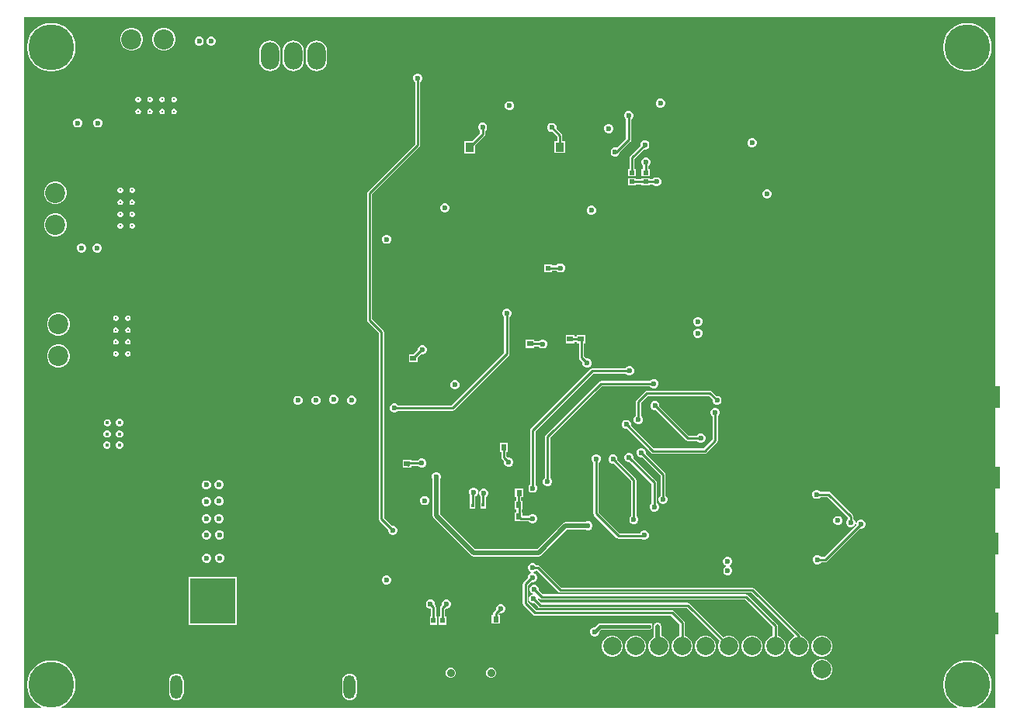
<source format=gbr>
%TF.GenerationSoftware,Altium Limited,Altium Designer,24.10.1 (45)*%
G04 Layer_Physical_Order=4*
G04 Layer_Color=16711680*
%FSLAX45Y45*%
%MOMM*%
%TF.SameCoordinates,E1515796-6FB3-4C94-B68D-87BC939BF7D9*%
%TF.FilePolarity,Positive*%
%TF.FileFunction,Copper,L4,Bot,Signal*%
%TF.Part,Single*%
G01*
G75*
%TA.AperFunction,SMDPad,CuDef*%
%ADD12R,0.50000X0.60000*%
%ADD15R,0.60000X0.50000*%
%ADD16R,0.64000X0.60000*%
%ADD18R,5.08000X2.41500*%
%ADD26R,0.60000X0.64000*%
%ADD31R,0.90000X1.00000*%
%TA.AperFunction,ConnectorPad*%
%ADD33R,5.08000X2.41500*%
%TA.AperFunction,SMDPad,CuDef*%
%ADD38R,0.40000X0.30000*%
%TA.AperFunction,Conductor*%
%ADD63C,0.25400*%
%ADD66C,0.50800*%
%TA.AperFunction,ComponentPad*%
%ADD68C,2.00000*%
%ADD69O,1.30000X2.60000*%
%ADD70C,4.91600*%
%ADD71R,4.91600X4.91600*%
%TA.AperFunction,ViaPad*%
%ADD72C,5.00000*%
%TA.AperFunction,ComponentPad*%
%ADD73C,2.20000*%
%ADD74O,2.00000X3.00000*%
%ADD75C,0.30000*%
%ADD76C,0.90000*%
%TA.AperFunction,ViaPad*%
%ADD77C,1.27000*%
%ADD78C,1.00000*%
%ADD79C,0.60000*%
%ADD80C,0.40000*%
%ADD81C,0.50000*%
%TA.AperFunction,SMDPad,CuDef*%
%ADD103R,0.30000X0.40000*%
%TA.AperFunction,Conductor*%
%ADD104C,0.38100*%
G36*
X10693750Y147500D02*
X10500533D01*
X10498094Y157660D01*
X10528890Y173352D01*
X10562636Y197869D01*
X10592131Y227364D01*
X10616648Y261110D01*
X10635585Y298275D01*
X10648475Y337946D01*
X10655000Y379144D01*
Y420856D01*
X10648475Y462054D01*
X10635585Y501725D01*
X10616648Y538890D01*
X10592131Y572636D01*
X10562636Y602131D01*
X10528890Y626648D01*
X10491725Y645585D01*
X10452054Y658475D01*
X10410856Y665000D01*
X10369144D01*
X10327946Y658475D01*
X10288275Y645585D01*
X10251110Y626648D01*
X10217364Y602131D01*
X10187869Y572636D01*
X10163352Y538890D01*
X10144415Y501725D01*
X10131525Y462054D01*
X10125000Y420856D01*
Y379144D01*
X10131525Y337946D01*
X10144415Y298275D01*
X10163352Y261110D01*
X10187869Y227364D01*
X10217364Y197869D01*
X10251110Y173352D01*
X10281906Y157660D01*
X10279467Y147500D01*
X510533D01*
X508094Y157660D01*
X538890Y173352D01*
X572636Y197869D01*
X602131Y227364D01*
X626648Y261110D01*
X645585Y298275D01*
X658475Y337946D01*
X665000Y379144D01*
Y420856D01*
X658475Y462054D01*
X645585Y501725D01*
X626648Y538890D01*
X602131Y572636D01*
X572636Y602131D01*
X538890Y626648D01*
X501725Y645585D01*
X462054Y658475D01*
X420856Y665000D01*
X379144D01*
X337946Y658475D01*
X298275Y645585D01*
X261110Y626648D01*
X227364Y602131D01*
X197869Y572636D01*
X173352Y538890D01*
X154415Y501725D01*
X141525Y462054D01*
X135000Y420856D01*
Y379144D01*
X141525Y337946D01*
X154415Y298275D01*
X173352Y261110D01*
X197869Y227364D01*
X227364Y197869D01*
X261110Y173352D01*
X291906Y157660D01*
X289467Y147500D01*
X106250D01*
Y7688000D01*
X10693750D01*
Y147500D01*
D02*
G37*
%LPC*%
G36*
X2152446Y7475000D02*
X2132554D01*
X2114177Y7467388D01*
X2100112Y7453323D01*
X2092500Y7434946D01*
Y7415054D01*
X2100112Y7396677D01*
X2114177Y7382612D01*
X2132554Y7375000D01*
X2152446D01*
X2170823Y7382612D01*
X2184888Y7396677D01*
X2192500Y7415054D01*
Y7434946D01*
X2184888Y7453323D01*
X2170823Y7467388D01*
X2152446Y7475000D01*
D02*
G37*
G36*
X2022446D02*
X2002554D01*
X1984177Y7467388D01*
X1970112Y7453323D01*
X1962500Y7434946D01*
Y7415054D01*
X1970112Y7396677D01*
X1984177Y7382612D01*
X2002554Y7375000D01*
X2022446D01*
X2040823Y7382612D01*
X2054888Y7396677D01*
X2062500Y7415054D01*
Y7434946D01*
X2054888Y7453323D01*
X2040823Y7467388D01*
X2022446Y7475000D01*
D02*
G37*
G36*
X1641977Y7572500D02*
X1609063D01*
X1577272Y7563982D01*
X1548768Y7547525D01*
X1525495Y7524252D01*
X1509038Y7495748D01*
X1500520Y7463957D01*
Y7431043D01*
X1509038Y7399252D01*
X1525495Y7370748D01*
X1548768Y7347475D01*
X1577272Y7331018D01*
X1609063Y7322500D01*
X1641977D01*
X1673768Y7331018D01*
X1702272Y7347475D01*
X1725545Y7370748D01*
X1742002Y7399252D01*
X1750520Y7431043D01*
Y7463957D01*
X1742002Y7495748D01*
X1725545Y7524252D01*
X1702272Y7547525D01*
X1673768Y7563982D01*
X1641977Y7572500D01*
D02*
G37*
G36*
X1291457D02*
X1258543D01*
X1226752Y7563982D01*
X1198248Y7547525D01*
X1174975Y7524252D01*
X1158518Y7495748D01*
X1150000Y7463957D01*
Y7431043D01*
X1158518Y7399252D01*
X1174975Y7370748D01*
X1198248Y7347475D01*
X1226752Y7331018D01*
X1258543Y7322500D01*
X1291457D01*
X1323248Y7331018D01*
X1351752Y7347475D01*
X1375025Y7370748D01*
X1391482Y7399252D01*
X1400000Y7431043D01*
Y7463957D01*
X1391482Y7495748D01*
X1375025Y7524252D01*
X1351752Y7547525D01*
X1323248Y7563982D01*
X1291457Y7572500D01*
D02*
G37*
G36*
X3292000Y7430992D02*
X3261979Y7427040D01*
X3234004Y7415452D01*
X3209981Y7397019D01*
X3191548Y7372996D01*
X3179960Y7345021D01*
X3176008Y7315000D01*
Y7215000D01*
X3179960Y7184979D01*
X3191548Y7157004D01*
X3209981Y7132981D01*
X3234004Y7114548D01*
X3261979Y7102960D01*
X3292000Y7099008D01*
X3322021Y7102960D01*
X3349996Y7114548D01*
X3374019Y7132981D01*
X3392452Y7157004D01*
X3404040Y7184979D01*
X3407992Y7215000D01*
Y7315000D01*
X3404040Y7345021D01*
X3392452Y7372996D01*
X3374019Y7397019D01*
X3349996Y7415452D01*
X3322021Y7427040D01*
X3292000Y7430992D01*
D02*
G37*
G36*
X3038000D02*
X3007979Y7427040D01*
X2980004Y7415452D01*
X2955981Y7397019D01*
X2937548Y7372996D01*
X2925960Y7345021D01*
X2922008Y7315000D01*
Y7215000D01*
X2925960Y7184979D01*
X2937548Y7157004D01*
X2955981Y7132981D01*
X2980004Y7114548D01*
X3007979Y7102960D01*
X3038000Y7099008D01*
X3068021Y7102960D01*
X3095996Y7114548D01*
X3120019Y7132981D01*
X3138452Y7157004D01*
X3150040Y7184979D01*
X3153992Y7215000D01*
Y7315000D01*
X3150040Y7345021D01*
X3138452Y7372996D01*
X3120019Y7397019D01*
X3095996Y7415452D01*
X3068021Y7427040D01*
X3038000Y7430992D01*
D02*
G37*
G36*
X2784000D02*
X2753979Y7427040D01*
X2726004Y7415452D01*
X2701981Y7397019D01*
X2683548Y7372996D01*
X2671960Y7345021D01*
X2668008Y7315000D01*
Y7215000D01*
X2671960Y7184979D01*
X2683548Y7157004D01*
X2701981Y7132981D01*
X2726004Y7114548D01*
X2753979Y7102960D01*
X2784000Y7099008D01*
X2814021Y7102960D01*
X2841996Y7114548D01*
X2866019Y7132981D01*
X2884452Y7157004D01*
X2896040Y7184979D01*
X2899992Y7215000D01*
Y7315000D01*
X2896040Y7345021D01*
X2884452Y7372996D01*
X2866019Y7397019D01*
X2841996Y7415452D01*
X2814021Y7427040D01*
X2784000Y7430992D01*
D02*
G37*
G36*
X10410856Y7625000D02*
X10369144D01*
X10327946Y7618475D01*
X10288275Y7605585D01*
X10251110Y7586648D01*
X10217364Y7562131D01*
X10187869Y7532636D01*
X10163352Y7498890D01*
X10144415Y7461725D01*
X10131525Y7422054D01*
X10125000Y7380856D01*
Y7339144D01*
X10131525Y7297946D01*
X10144415Y7258275D01*
X10163352Y7221110D01*
X10187869Y7187364D01*
X10217364Y7157869D01*
X10251110Y7133352D01*
X10288275Y7114415D01*
X10327946Y7101525D01*
X10369144Y7095000D01*
X10410856D01*
X10452054Y7101525D01*
X10491725Y7114415D01*
X10528890Y7133352D01*
X10562636Y7157869D01*
X10592131Y7187364D01*
X10616648Y7221110D01*
X10635585Y7258275D01*
X10648475Y7297946D01*
X10655000Y7339144D01*
Y7380856D01*
X10648475Y7422054D01*
X10635585Y7461725D01*
X10616648Y7498890D01*
X10592131Y7532636D01*
X10562636Y7562131D01*
X10528890Y7586648D01*
X10491725Y7605585D01*
X10452054Y7618475D01*
X10410856Y7625000D01*
D02*
G37*
G36*
X420856D02*
X379144D01*
X337946Y7618475D01*
X298275Y7605585D01*
X261110Y7586648D01*
X227364Y7562131D01*
X197869Y7532636D01*
X173352Y7498890D01*
X154415Y7461725D01*
X141525Y7422054D01*
X135000Y7380856D01*
Y7339144D01*
X141525Y7297946D01*
X154415Y7258275D01*
X173352Y7221110D01*
X197869Y7187364D01*
X227364Y7157869D01*
X261110Y7133352D01*
X298275Y7114415D01*
X337946Y7101525D01*
X379144Y7095000D01*
X420856D01*
X462054Y7101525D01*
X501725Y7114415D01*
X538890Y7133352D01*
X572636Y7157869D01*
X602131Y7187364D01*
X626648Y7221110D01*
X645585Y7258275D01*
X658475Y7297946D01*
X665000Y7339144D01*
Y7380856D01*
X658475Y7422054D01*
X645585Y7461725D01*
X626648Y7498890D01*
X602131Y7532636D01*
X572636Y7562131D01*
X538890Y7586648D01*
X501725Y7605585D01*
X462054Y7618475D01*
X420856Y7625000D01*
D02*
G37*
G36*
X1743467Y6820000D02*
X1731532D01*
X1720506Y6815433D01*
X1712067Y6806994D01*
X1707500Y6795968D01*
Y6784033D01*
X1712067Y6773007D01*
X1720506Y6764568D01*
X1731532Y6760000D01*
X1743467D01*
X1754494Y6764568D01*
X1762933Y6773007D01*
X1767500Y6784033D01*
Y6795968D01*
X1762933Y6806994D01*
X1754494Y6815433D01*
X1743467Y6820000D01*
D02*
G37*
G36*
X1613467D02*
X1601532D01*
X1590506Y6815433D01*
X1582067Y6806994D01*
X1577500Y6795968D01*
Y6784033D01*
X1582067Y6773007D01*
X1590506Y6764568D01*
X1601532Y6760000D01*
X1613467D01*
X1624494Y6764568D01*
X1632933Y6773007D01*
X1637500Y6784033D01*
Y6795968D01*
X1632933Y6806994D01*
X1624494Y6815433D01*
X1613467Y6820000D01*
D02*
G37*
G36*
X1483467D02*
X1471532D01*
X1460506Y6815433D01*
X1452067Y6806994D01*
X1447500Y6795968D01*
Y6784033D01*
X1452067Y6773007D01*
X1460506Y6764568D01*
X1471532Y6760000D01*
X1483467D01*
X1494493Y6764568D01*
X1502932Y6773007D01*
X1507500Y6784033D01*
Y6795968D01*
X1502932Y6806994D01*
X1494493Y6815433D01*
X1483467Y6820000D01*
D02*
G37*
G36*
X1353467D02*
X1341532D01*
X1330506Y6815433D01*
X1322067Y6806994D01*
X1317500Y6795968D01*
Y6784033D01*
X1322067Y6773007D01*
X1330506Y6764568D01*
X1341532Y6760000D01*
X1353467D01*
X1364493Y6764568D01*
X1372932Y6773007D01*
X1377500Y6784033D01*
Y6795968D01*
X1372932Y6806994D01*
X1364493Y6815433D01*
X1353467Y6820000D01*
D02*
G37*
G36*
X7052446Y6797500D02*
X7032554D01*
X7014177Y6789888D01*
X7000112Y6775823D01*
X6992500Y6757446D01*
Y6737554D01*
X7000112Y6719177D01*
X7014177Y6705112D01*
X7032554Y6697500D01*
X7052446D01*
X7070823Y6705112D01*
X7084888Y6719177D01*
X7092500Y6737554D01*
Y6757446D01*
X7084888Y6775823D01*
X7070823Y6789888D01*
X7052446Y6797500D01*
D02*
G37*
G36*
X5407446Y6770000D02*
X5387554D01*
X5369177Y6762388D01*
X5355112Y6748323D01*
X5347500Y6729946D01*
Y6710054D01*
X5355112Y6691677D01*
X5369177Y6677612D01*
X5387554Y6670000D01*
X5407446D01*
X5425823Y6677612D01*
X5439888Y6691677D01*
X5447500Y6710054D01*
Y6729946D01*
X5439888Y6748323D01*
X5425823Y6762388D01*
X5407446Y6770000D01*
D02*
G37*
G36*
X1743467Y6690000D02*
X1731532D01*
X1720506Y6685433D01*
X1712067Y6676994D01*
X1707500Y6665968D01*
Y6654033D01*
X1712067Y6643007D01*
X1720506Y6634567D01*
X1731532Y6630000D01*
X1743467D01*
X1754494Y6634567D01*
X1762933Y6643007D01*
X1767500Y6654033D01*
Y6665968D01*
X1762933Y6676994D01*
X1754494Y6685433D01*
X1743467Y6690000D01*
D02*
G37*
G36*
X1613467D02*
X1601532D01*
X1590506Y6685433D01*
X1582067Y6676994D01*
X1577500Y6665968D01*
Y6654033D01*
X1582067Y6643007D01*
X1590506Y6634567D01*
X1601532Y6630000D01*
X1613467D01*
X1624494Y6634567D01*
X1632933Y6643007D01*
X1637500Y6654033D01*
Y6665968D01*
X1632933Y6676994D01*
X1624494Y6685433D01*
X1613467Y6690000D01*
D02*
G37*
G36*
X1483467D02*
X1471532D01*
X1460506Y6685433D01*
X1452067Y6676994D01*
X1447500Y6665968D01*
Y6654033D01*
X1452067Y6643007D01*
X1460506Y6634567D01*
X1471532Y6630000D01*
X1483467D01*
X1494493Y6634567D01*
X1502932Y6643007D01*
X1507500Y6654033D01*
Y6665968D01*
X1502932Y6676994D01*
X1494493Y6685433D01*
X1483467Y6690000D01*
D02*
G37*
G36*
X1353467D02*
X1341532D01*
X1330506Y6685433D01*
X1322067Y6676994D01*
X1317500Y6665968D01*
Y6654033D01*
X1322067Y6643007D01*
X1330506Y6634567D01*
X1341532Y6630000D01*
X1353467D01*
X1364493Y6634567D01*
X1372932Y6643007D01*
X1377500Y6654033D01*
Y6665968D01*
X1372932Y6676994D01*
X1364493Y6685433D01*
X1353467Y6690000D01*
D02*
G37*
G36*
X914946Y6582500D02*
X895054D01*
X876677Y6574888D01*
X862612Y6560823D01*
X855000Y6542446D01*
Y6522554D01*
X862612Y6504177D01*
X876677Y6490112D01*
X895054Y6482500D01*
X914946D01*
X933323Y6490112D01*
X947388Y6504177D01*
X955000Y6522554D01*
Y6542446D01*
X947388Y6560823D01*
X933323Y6574888D01*
X914946Y6582500D01*
D02*
G37*
G36*
X699946D02*
X680054D01*
X661677Y6574888D01*
X647612Y6560823D01*
X640000Y6542446D01*
Y6522554D01*
X647612Y6504177D01*
X661677Y6490112D01*
X680054Y6482500D01*
X699946D01*
X718323Y6490112D01*
X732388Y6504177D01*
X740000Y6522554D01*
Y6542446D01*
X732388Y6560823D01*
X718323Y6574888D01*
X699946Y6582500D01*
D02*
G37*
G36*
X6489946Y6522500D02*
X6470054D01*
X6451677Y6514888D01*
X6437612Y6500823D01*
X6430000Y6482446D01*
Y6462554D01*
X6437612Y6444177D01*
X6451677Y6430112D01*
X6470054Y6422500D01*
X6489946D01*
X6508323Y6430112D01*
X6522388Y6444177D01*
X6530000Y6462554D01*
Y6482446D01*
X6522388Y6500823D01*
X6508323Y6514888D01*
X6489946Y6522500D01*
D02*
G37*
G36*
X8052446Y6365000D02*
X8032554D01*
X8014177Y6357388D01*
X8000112Y6343323D01*
X7992500Y6324946D01*
Y6305054D01*
X8000112Y6286677D01*
X8014177Y6272612D01*
X8032554Y6265000D01*
X8052446D01*
X8070823Y6272612D01*
X8084888Y6286677D01*
X8092500Y6305054D01*
Y6324946D01*
X8084888Y6343323D01*
X8070823Y6357388D01*
X8052446Y6365000D01*
D02*
G37*
G36*
X6704946Y6662500D02*
X6685054D01*
X6666677Y6654888D01*
X6652612Y6640823D01*
X6645000Y6622446D01*
Y6602554D01*
X6652612Y6584177D01*
X6666677Y6570112D01*
X6666757Y6570079D01*
Y6359198D01*
X6568864Y6261306D01*
X6559946Y6265000D01*
X6540054D01*
X6521677Y6257388D01*
X6507612Y6243323D01*
X6500000Y6224946D01*
Y6205054D01*
X6507612Y6186677D01*
X6521677Y6172612D01*
X6540054Y6165000D01*
X6559946D01*
X6578323Y6172612D01*
X6592388Y6186677D01*
X6600000Y6205054D01*
Y6212558D01*
X6714970Y6327529D01*
X6714971Y6327529D01*
X6721093Y6336692D01*
X6723243Y6347500D01*
X6723243Y6347501D01*
Y6570079D01*
X6723323Y6570112D01*
X6737388Y6584177D01*
X6745000Y6602554D01*
Y6622446D01*
X6737388Y6640823D01*
X6723323Y6654888D01*
X6704946Y6662500D01*
D02*
G37*
G36*
X6882446Y6345000D02*
X6862554D01*
X6844177Y6337388D01*
X6830112Y6323323D01*
X6822500Y6304946D01*
Y6285054D01*
X6822533Y6284974D01*
X6712529Y6174971D01*
X6706407Y6165808D01*
X6704257Y6155000D01*
X6704257Y6154999D01*
Y6030000D01*
X6687500D01*
Y5950000D01*
X6777500D01*
Y6030000D01*
X6760743D01*
Y6143301D01*
X6862474Y6245033D01*
X6862554Y6245000D01*
X6882446D01*
X6900823Y6252612D01*
X6914888Y6266677D01*
X6922500Y6285054D01*
Y6304946D01*
X6914888Y6323323D01*
X6900823Y6337388D01*
X6882446Y6345000D01*
D02*
G37*
G36*
X5867446Y6532500D02*
X5847554D01*
X5829177Y6524888D01*
X5815112Y6510823D01*
X5807500Y6492446D01*
Y6472554D01*
X5815112Y6454177D01*
X5829177Y6440112D01*
X5847554Y6432500D01*
X5867446D01*
X5867525Y6432533D01*
X5916757Y6383302D01*
Y6335001D01*
X5885000D01*
Y6205001D01*
X6005000D01*
Y6335001D01*
X5973243D01*
Y6395000D01*
X5971093Y6405809D01*
X5964971Y6414971D01*
X5964970Y6414972D01*
X5907467Y6472475D01*
X5907500Y6472554D01*
Y6492446D01*
X5899888Y6510823D01*
X5885823Y6524888D01*
X5867446Y6532500D01*
D02*
G37*
G36*
X5112446Y6537500D02*
X5092554D01*
X5074177Y6529888D01*
X5060112Y6515823D01*
X5052500Y6497446D01*
Y6477554D01*
X5060112Y6459177D01*
X5074177Y6445112D01*
X5074257Y6445079D01*
Y6421700D01*
X4985058Y6332501D01*
X4900000D01*
Y6202501D01*
X5020000D01*
Y6287559D01*
X5122471Y6390030D01*
X5128593Y6399193D01*
X5130743Y6410001D01*
Y6445079D01*
X5130823Y6445112D01*
X5144888Y6459177D01*
X5152500Y6477554D01*
Y6497446D01*
X5144888Y6515823D01*
X5130823Y6529888D01*
X5112446Y6537500D01*
D02*
G37*
G36*
X6894946Y6155000D02*
X6875054D01*
X6856677Y6147388D01*
X6842612Y6133323D01*
X6835000Y6114945D01*
Y6095054D01*
X6842612Y6076677D01*
X6854257Y6065032D01*
Y6030000D01*
X6837500D01*
Y5950000D01*
X6927500D01*
Y6030000D01*
X6910743D01*
Y6061543D01*
X6913323Y6062612D01*
X6927388Y6076677D01*
X6935000Y6095054D01*
Y6114945D01*
X6927388Y6133323D01*
X6913323Y6147388D01*
X6894946Y6155000D01*
D02*
G37*
G36*
X7009946Y5940000D02*
X6990054D01*
X6971677Y5932388D01*
X6957612Y5918323D01*
X6957579Y5918243D01*
X6927500D01*
Y5930000D01*
X6837500D01*
Y5918243D01*
X6777500D01*
Y5930000D01*
X6687500D01*
Y5850000D01*
X6777500D01*
Y5861757D01*
X6837500D01*
Y5850000D01*
X6927500D01*
Y5861757D01*
X6957579D01*
X6957612Y5861677D01*
X6971677Y5847612D01*
X6990054Y5840000D01*
X7009946D01*
X7028323Y5847612D01*
X7042388Y5861677D01*
X7050000Y5880054D01*
Y5899946D01*
X7042388Y5918323D01*
X7028323Y5932388D01*
X7009946Y5940000D01*
D02*
G37*
G36*
X1288467Y5827501D02*
X1276532D01*
X1265506Y5822933D01*
X1257067Y5814494D01*
X1252500Y5803468D01*
Y5791533D01*
X1257067Y5780507D01*
X1265506Y5772068D01*
X1276532Y5767501D01*
X1288467D01*
X1299493Y5772068D01*
X1307933Y5780507D01*
X1312500Y5791533D01*
Y5803468D01*
X1307933Y5814494D01*
X1299493Y5822933D01*
X1288467Y5827501D01*
D02*
G37*
G36*
X1158467D02*
X1146532D01*
X1135506Y5822933D01*
X1127067Y5814494D01*
X1122500Y5803468D01*
Y5791533D01*
X1127067Y5780507D01*
X1135506Y5772068D01*
X1146532Y5767501D01*
X1158467D01*
X1169493Y5772068D01*
X1177932Y5780507D01*
X1182500Y5791533D01*
Y5803468D01*
X1177932Y5814494D01*
X1169493Y5822933D01*
X1158467Y5827501D01*
D02*
G37*
G36*
X8214946Y5807500D02*
X8195054D01*
X8176677Y5799888D01*
X8162612Y5785823D01*
X8155000Y5767446D01*
Y5747554D01*
X8162612Y5729177D01*
X8176677Y5715112D01*
X8195054Y5707500D01*
X8214946D01*
X8233323Y5715112D01*
X8247388Y5729177D01*
X8255000Y5747554D01*
Y5767446D01*
X8247388Y5785823D01*
X8233323Y5799888D01*
X8214946Y5807500D01*
D02*
G37*
G36*
X461457Y5895521D02*
X428543D01*
X396752Y5887002D01*
X368248Y5870546D01*
X344975Y5847273D01*
X328518Y5818769D01*
X320000Y5786977D01*
Y5754064D01*
X328518Y5722272D01*
X344975Y5693769D01*
X368248Y5670496D01*
X396752Y5654039D01*
X428543Y5645521D01*
X461457D01*
X493248Y5654039D01*
X521752Y5670496D01*
X545025Y5693769D01*
X561481Y5722272D01*
X570000Y5754064D01*
Y5786977D01*
X561481Y5818769D01*
X545025Y5847273D01*
X521752Y5870546D01*
X493248Y5887002D01*
X461457Y5895521D01*
D02*
G37*
G36*
X1288467Y5697501D02*
X1276532D01*
X1265506Y5692933D01*
X1257067Y5684494D01*
X1252500Y5673468D01*
Y5661533D01*
X1257067Y5650507D01*
X1265506Y5642068D01*
X1276532Y5637501D01*
X1288467D01*
X1299493Y5642068D01*
X1307933Y5650507D01*
X1312500Y5661533D01*
Y5673468D01*
X1307933Y5684494D01*
X1299493Y5692933D01*
X1288467Y5697501D01*
D02*
G37*
G36*
X1158467D02*
X1146532D01*
X1135506Y5692933D01*
X1127067Y5684494D01*
X1122500Y5673468D01*
Y5661533D01*
X1127067Y5650507D01*
X1135506Y5642068D01*
X1146532Y5637501D01*
X1158467D01*
X1169493Y5642068D01*
X1177932Y5650507D01*
X1182500Y5661533D01*
Y5673468D01*
X1177932Y5684494D01*
X1169493Y5692933D01*
X1158467Y5697501D01*
D02*
G37*
G36*
X4702446Y5657500D02*
X4682554D01*
X4664177Y5649888D01*
X4650112Y5635823D01*
X4642500Y5617446D01*
Y5597554D01*
X4650112Y5579177D01*
X4664177Y5565112D01*
X4682554Y5557500D01*
X4702446D01*
X4720823Y5565112D01*
X4734888Y5579177D01*
X4742500Y5597554D01*
Y5617446D01*
X4734888Y5635823D01*
X4720823Y5649888D01*
X4702446Y5657500D01*
D02*
G37*
G36*
X6299946Y5627500D02*
X6280054D01*
X6261677Y5619888D01*
X6247612Y5605823D01*
X6240000Y5587446D01*
Y5567554D01*
X6247612Y5549177D01*
X6261677Y5535112D01*
X6280054Y5527500D01*
X6299946D01*
X6318323Y5535112D01*
X6332388Y5549177D01*
X6340000Y5567554D01*
Y5587446D01*
X6332388Y5605823D01*
X6318323Y5619888D01*
X6299946Y5627500D01*
D02*
G37*
G36*
X1288467Y5567500D02*
X1276532D01*
X1265506Y5562933D01*
X1257067Y5554494D01*
X1252500Y5543468D01*
Y5531533D01*
X1257067Y5520507D01*
X1265506Y5512068D01*
X1276532Y5507501D01*
X1288467D01*
X1299493Y5512068D01*
X1307933Y5520507D01*
X1312500Y5531533D01*
Y5543468D01*
X1307933Y5554494D01*
X1299493Y5562933D01*
X1288467Y5567500D01*
D02*
G37*
G36*
X1158467D02*
X1146532D01*
X1135506Y5562933D01*
X1127067Y5554494D01*
X1122500Y5543468D01*
Y5531533D01*
X1127067Y5520507D01*
X1135506Y5512068D01*
X1146532Y5507501D01*
X1158467D01*
X1169493Y5512068D01*
X1177932Y5520507D01*
X1182500Y5531533D01*
Y5543468D01*
X1177932Y5554494D01*
X1169493Y5562933D01*
X1158467Y5567500D01*
D02*
G37*
G36*
X1288467Y5437500D02*
X1276532D01*
X1265506Y5432933D01*
X1257067Y5424494D01*
X1252500Y5413468D01*
Y5401533D01*
X1257067Y5390507D01*
X1265506Y5382068D01*
X1276532Y5377501D01*
X1288467D01*
X1299493Y5382068D01*
X1307933Y5390507D01*
X1312500Y5401533D01*
Y5413468D01*
X1307933Y5424494D01*
X1299493Y5432933D01*
X1288467Y5437500D01*
D02*
G37*
G36*
X1158467D02*
X1146532D01*
X1135506Y5432933D01*
X1127067Y5424494D01*
X1122500Y5413468D01*
Y5401533D01*
X1127067Y5390507D01*
X1135506Y5382068D01*
X1146532Y5377501D01*
X1158467D01*
X1169493Y5382068D01*
X1177932Y5390507D01*
X1182500Y5401533D01*
Y5413468D01*
X1177932Y5424494D01*
X1169493Y5432933D01*
X1158467Y5437500D01*
D02*
G37*
G36*
X461457Y5545001D02*
X428543D01*
X396752Y5536482D01*
X368248Y5520026D01*
X344975Y5496753D01*
X328518Y5468249D01*
X320000Y5436457D01*
Y5403544D01*
X328518Y5371752D01*
X344975Y5343249D01*
X368248Y5319976D01*
X396752Y5303519D01*
X428543Y5295001D01*
X461457D01*
X493248Y5303519D01*
X521752Y5319976D01*
X545025Y5343249D01*
X561481Y5371752D01*
X570000Y5403544D01*
Y5436457D01*
X561481Y5468249D01*
X545025Y5496753D01*
X521752Y5520026D01*
X493248Y5536482D01*
X461457Y5545001D01*
D02*
G37*
G36*
X4064946Y5312500D02*
X4045054D01*
X4026677Y5304888D01*
X4012612Y5290823D01*
X4005000Y5272446D01*
Y5252554D01*
X4012612Y5234177D01*
X4026677Y5220112D01*
X4045054Y5212500D01*
X4064946D01*
X4083323Y5220112D01*
X4097388Y5234177D01*
X4105000Y5252554D01*
Y5272446D01*
X4097388Y5290823D01*
X4083323Y5304888D01*
X4064946Y5312500D01*
D02*
G37*
G36*
X739946Y5217500D02*
X720054D01*
X701677Y5209888D01*
X687612Y5195823D01*
X680000Y5177446D01*
Y5157554D01*
X687612Y5139177D01*
X701677Y5125112D01*
X720054Y5117500D01*
X739946D01*
X758323Y5125112D01*
X772388Y5139177D01*
X780000Y5157554D01*
Y5177446D01*
X772388Y5195823D01*
X758323Y5209888D01*
X739946Y5217500D01*
D02*
G37*
G36*
X909946Y5215000D02*
X890054D01*
X871677Y5207388D01*
X857612Y5193323D01*
X850000Y5174946D01*
Y5155054D01*
X857612Y5136677D01*
X871677Y5122612D01*
X890054Y5115000D01*
X909946D01*
X928323Y5122612D01*
X942388Y5136677D01*
X950000Y5155054D01*
Y5174946D01*
X942388Y5193323D01*
X928323Y5207388D01*
X909946Y5215000D01*
D02*
G37*
G36*
X5959945Y5000000D02*
X5940054D01*
X5921677Y4992388D01*
X5907612Y4978323D01*
X5907579Y4978243D01*
X5857500D01*
Y4990000D01*
X5777500D01*
Y4900000D01*
X5857500D01*
Y4921757D01*
X5907579D01*
X5907612Y4921677D01*
X5921677Y4907612D01*
X5940054Y4900000D01*
X5959945D01*
X5978323Y4907612D01*
X5992388Y4921677D01*
X6000000Y4940054D01*
Y4959946D01*
X5992388Y4978323D01*
X5978323Y4992388D01*
X5959945Y5000000D01*
D02*
G37*
G36*
X1240967Y4432501D02*
X1229032D01*
X1218006Y4427934D01*
X1209567Y4419495D01*
X1205000Y4408468D01*
Y4396533D01*
X1209567Y4385507D01*
X1218006Y4377068D01*
X1229032Y4372501D01*
X1240967D01*
X1251993Y4377068D01*
X1260433Y4385507D01*
X1265000Y4396533D01*
Y4408468D01*
X1260433Y4419495D01*
X1251993Y4427934D01*
X1240967Y4432501D01*
D02*
G37*
G36*
X1110967D02*
X1099032D01*
X1088006Y4427934D01*
X1079567Y4419495D01*
X1075000Y4408468D01*
Y4396533D01*
X1079567Y4385507D01*
X1088006Y4377068D01*
X1099032Y4372501D01*
X1110967D01*
X1121993Y4377068D01*
X1130432Y4385507D01*
X1135000Y4396533D01*
Y4408468D01*
X1130432Y4419495D01*
X1121993Y4427934D01*
X1110967Y4432501D01*
D02*
G37*
G36*
X7459946Y4415000D02*
X7440054D01*
X7421677Y4407388D01*
X7407612Y4393323D01*
X7400000Y4374946D01*
Y4355054D01*
X7407612Y4336677D01*
X7421677Y4322612D01*
X7440054Y4315000D01*
X7459946D01*
X7478323Y4322612D01*
X7492388Y4336677D01*
X7500000Y4355054D01*
Y4374946D01*
X7492388Y4393323D01*
X7478323Y4407388D01*
X7459946Y4415000D01*
D02*
G37*
G36*
X1240967Y4302501D02*
X1229032D01*
X1218006Y4297934D01*
X1209567Y4289495D01*
X1205000Y4278468D01*
Y4266534D01*
X1209567Y4255507D01*
X1218006Y4247068D01*
X1229032Y4242501D01*
X1240967D01*
X1251993Y4247068D01*
X1260433Y4255507D01*
X1265000Y4266534D01*
Y4278468D01*
X1260433Y4289495D01*
X1251993Y4297934D01*
X1240967Y4302501D01*
D02*
G37*
G36*
X1110967D02*
X1099032D01*
X1088006Y4297934D01*
X1079567Y4289495D01*
X1075000Y4278468D01*
Y4266534D01*
X1079567Y4255507D01*
X1088006Y4247068D01*
X1099032Y4242501D01*
X1110967D01*
X1121993Y4247068D01*
X1130432Y4255507D01*
X1135000Y4266534D01*
Y4278468D01*
X1130432Y4289495D01*
X1121993Y4297934D01*
X1110967Y4302501D01*
D02*
G37*
G36*
X493957Y4462501D02*
X461043D01*
X429252Y4453982D01*
X400748Y4437526D01*
X377475Y4414253D01*
X361018Y4385749D01*
X352500Y4353957D01*
Y4321044D01*
X361018Y4289252D01*
X377475Y4260749D01*
X400748Y4237476D01*
X429252Y4221019D01*
X461043Y4212501D01*
X493957D01*
X525748Y4221019D01*
X554252Y4237476D01*
X577525Y4260749D01*
X593982Y4289252D01*
X602500Y4321044D01*
Y4353957D01*
X593982Y4385749D01*
X577525Y4414253D01*
X554252Y4437526D01*
X525748Y4453982D01*
X493957Y4462501D01*
D02*
G37*
G36*
X6222000Y4218500D02*
X6128000D01*
Y4201743D01*
X6104500D01*
Y4218500D01*
X6010500D01*
Y4128500D01*
X6104500D01*
Y4145257D01*
X6128000D01*
Y4128500D01*
X6154257D01*
Y3970001D01*
X6154257Y3970000D01*
X6156407Y3959192D01*
X6162529Y3950029D01*
X6192533Y3920025D01*
X6192500Y3919946D01*
Y3900054D01*
X6200112Y3881677D01*
X6214177Y3867612D01*
X6232554Y3860000D01*
X6252446D01*
X6270823Y3867612D01*
X6284888Y3881677D01*
X6292500Y3900054D01*
Y3919946D01*
X6284888Y3938323D01*
X6270823Y3952388D01*
X6252446Y3960000D01*
X6232554D01*
X6232474Y3959967D01*
X6210743Y3981699D01*
Y4128500D01*
X6222000D01*
Y4218500D01*
D02*
G37*
G36*
X7459946Y4287500D02*
X7440054D01*
X7421677Y4279888D01*
X7407612Y4265823D01*
X7400000Y4247446D01*
Y4227554D01*
X7407612Y4209177D01*
X7421677Y4195112D01*
X7440054Y4187500D01*
X7459946D01*
X7478323Y4195112D01*
X7492388Y4209177D01*
X7500000Y4227554D01*
Y4247446D01*
X7492388Y4265823D01*
X7478323Y4279888D01*
X7459946Y4287500D01*
D02*
G37*
G36*
X5767446Y4170000D02*
X5747554D01*
X5729177Y4162388D01*
X5717532Y4150743D01*
X5667000D01*
Y4167500D01*
X5573000D01*
Y4077500D01*
X5667000D01*
Y4094257D01*
X5714043D01*
X5715112Y4091677D01*
X5729177Y4077612D01*
X5747554Y4070000D01*
X5767446D01*
X5785823Y4077612D01*
X5799888Y4091677D01*
X5807500Y4110054D01*
Y4129946D01*
X5799888Y4148323D01*
X5785823Y4162388D01*
X5767446Y4170000D01*
D02*
G37*
G36*
X1240967Y4172501D02*
X1229032D01*
X1218006Y4167933D01*
X1209567Y4159494D01*
X1205000Y4148468D01*
Y4136533D01*
X1209567Y4125507D01*
X1218006Y4117068D01*
X1229032Y4112501D01*
X1240967D01*
X1251993Y4117068D01*
X1260433Y4125507D01*
X1265000Y4136533D01*
Y4148468D01*
X1260433Y4159494D01*
X1251993Y4167933D01*
X1240967Y4172501D01*
D02*
G37*
G36*
X1110967D02*
X1099032D01*
X1088006Y4167933D01*
X1079567Y4159494D01*
X1075000Y4148468D01*
Y4136533D01*
X1079567Y4125507D01*
X1088006Y4117068D01*
X1099032Y4112501D01*
X1110967D01*
X1121993Y4117068D01*
X1130432Y4125507D01*
X1135000Y4136533D01*
Y4148468D01*
X1130432Y4159494D01*
X1121993Y4167933D01*
X1110967Y4172501D01*
D02*
G37*
G36*
X4454946Y4107500D02*
X4435054D01*
X4416677Y4099888D01*
X4402612Y4085823D01*
X4395000Y4067446D01*
Y4053942D01*
X4350058Y4009000D01*
X4298000D01*
Y3919000D01*
X4392000D01*
Y3971058D01*
X4430378Y4009437D01*
X4435054Y4007500D01*
X4454946D01*
X4473323Y4015112D01*
X4487388Y4029177D01*
X4495000Y4047554D01*
Y4067446D01*
X4487388Y4085823D01*
X4473323Y4099888D01*
X4454946Y4107500D01*
D02*
G37*
G36*
X1240967Y4042501D02*
X1229032D01*
X1218006Y4037934D01*
X1209567Y4029494D01*
X1205000Y4018468D01*
Y4006533D01*
X1209567Y3995507D01*
X1218006Y3987068D01*
X1229032Y3982501D01*
X1240967D01*
X1251993Y3987068D01*
X1260433Y3995507D01*
X1265000Y4006533D01*
Y4018468D01*
X1260433Y4029494D01*
X1251993Y4037934D01*
X1240967Y4042501D01*
D02*
G37*
G36*
X1110967D02*
X1099032D01*
X1088006Y4037934D01*
X1079567Y4029494D01*
X1075000Y4018468D01*
Y4006533D01*
X1079567Y3995507D01*
X1088006Y3987068D01*
X1099032Y3982501D01*
X1110967D01*
X1121993Y3987068D01*
X1130432Y3995507D01*
X1135000Y4006533D01*
Y4018468D01*
X1130432Y4029494D01*
X1121993Y4037934D01*
X1110967Y4042501D01*
D02*
G37*
G36*
X493957Y4111981D02*
X461043D01*
X429252Y4103462D01*
X400748Y4087006D01*
X377475Y4063733D01*
X361018Y4035229D01*
X352500Y4003437D01*
Y3970524D01*
X361018Y3938732D01*
X377475Y3910229D01*
X400748Y3886956D01*
X429252Y3870499D01*
X461043Y3861981D01*
X493957D01*
X525748Y3870499D01*
X554252Y3886956D01*
X577525Y3910229D01*
X593982Y3938732D01*
X602500Y3970524D01*
Y4003437D01*
X593982Y4035229D01*
X577525Y4063733D01*
X554252Y4087006D01*
X525748Y4103462D01*
X493957Y4111981D01*
D02*
G37*
G36*
X6714946Y3875000D02*
X6695054D01*
X6676677Y3867388D01*
X6662612Y3853323D01*
X6662579Y3853243D01*
X6300001D01*
X6300000Y3853243D01*
X6289192Y3851093D01*
X6280029Y3844971D01*
X6280029Y3844970D01*
X5632529Y3197471D01*
X5626407Y3188308D01*
X5624257Y3177500D01*
X5624257Y3177499D01*
Y2587421D01*
X5624177Y2587388D01*
X5610112Y2573323D01*
X5602500Y2554946D01*
Y2535054D01*
X5610112Y2516677D01*
X5624177Y2502612D01*
X5642554Y2495000D01*
X5662446D01*
X5680823Y2502612D01*
X5694888Y2516677D01*
X5702500Y2535054D01*
Y2554946D01*
X5694888Y2573323D01*
X5680823Y2587388D01*
X5680743Y2587421D01*
Y3165801D01*
X6311699Y3796757D01*
X6662579D01*
X6662612Y3796677D01*
X6676677Y3782612D01*
X6695054Y3775000D01*
X6714946D01*
X6733323Y3782612D01*
X6747388Y3796677D01*
X6755000Y3815054D01*
Y3834946D01*
X6747388Y3853323D01*
X6733323Y3867388D01*
X6714946Y3875000D01*
D02*
G37*
G36*
X6982446Y3737500D02*
X6962554D01*
X6944177Y3729888D01*
X6930112Y3715823D01*
X6930079Y3715743D01*
X6392502D01*
X6392500Y3715743D01*
X6381692Y3713593D01*
X6372530Y3707471D01*
X6372529Y3707470D01*
X5792529Y3127471D01*
X5786407Y3118308D01*
X5784257Y3107500D01*
X5784257Y3107498D01*
Y2657421D01*
X5784177Y2657388D01*
X5770112Y2643323D01*
X5762500Y2624946D01*
Y2605054D01*
X5770112Y2586677D01*
X5784177Y2572612D01*
X5802554Y2565000D01*
X5822446D01*
X5840823Y2572612D01*
X5854888Y2586677D01*
X5862500Y2605054D01*
Y2624946D01*
X5854888Y2643323D01*
X5840823Y2657388D01*
X5840743Y2657421D01*
Y3095801D01*
X6404199Y3659257D01*
X6930079D01*
X6930112Y3659177D01*
X6944177Y3645112D01*
X6962554Y3637500D01*
X6982446D01*
X7000823Y3645112D01*
X7014888Y3659177D01*
X7022500Y3677554D01*
Y3697446D01*
X7014888Y3715823D01*
X7000823Y3729888D01*
X6982446Y3737500D01*
D02*
G37*
G36*
X4812446Y3722500D02*
X4792554D01*
X4774177Y3714888D01*
X4760112Y3700823D01*
X4752500Y3682446D01*
Y3662554D01*
X4760112Y3644177D01*
X4774177Y3630112D01*
X4792554Y3622500D01*
X4812446D01*
X4830823Y3630112D01*
X4844888Y3644177D01*
X4852500Y3662554D01*
Y3682446D01*
X4844888Y3700823D01*
X4830823Y3714888D01*
X4812446Y3722500D01*
D02*
G37*
G36*
X7582500Y3608243D02*
X7582499Y3608243D01*
X6892501D01*
X6892500Y3608243D01*
X6881692Y3606093D01*
X6872529Y3599971D01*
X6872529Y3599970D01*
X6783059Y3510501D01*
X6776937Y3501338D01*
X6774787Y3490530D01*
X6774787Y3490529D01*
Y3334391D01*
X6774707Y3334358D01*
X6760642Y3320293D01*
X6753030Y3301916D01*
Y3282025D01*
X6760642Y3263648D01*
X6774707Y3249582D01*
X6793084Y3241970D01*
X6812976D01*
X6831353Y3249582D01*
X6845418Y3263648D01*
X6853030Y3282025D01*
Y3301916D01*
X6845418Y3320293D01*
X6831353Y3334358D01*
X6831273Y3334391D01*
Y3478831D01*
X6904198Y3551757D01*
X7570801D01*
X7610033Y3512525D01*
X7610000Y3512446D01*
Y3492554D01*
X7617612Y3474177D01*
X7631677Y3460112D01*
X7650054Y3452500D01*
X7669946D01*
X7688323Y3460112D01*
X7702388Y3474177D01*
X7710000Y3492554D01*
Y3512446D01*
X7702388Y3530823D01*
X7688323Y3544888D01*
X7669946Y3552500D01*
X7650054D01*
X7649975Y3552467D01*
X7602471Y3599971D01*
X7593308Y3606093D01*
X7582500Y3608243D01*
D02*
G37*
G36*
X3487446Y3562500D02*
X3467554D01*
X3449177Y3554888D01*
X3435112Y3540823D01*
X3427500Y3522446D01*
Y3502554D01*
X3435112Y3484177D01*
X3449177Y3470112D01*
X3467554Y3462500D01*
X3487446D01*
X3505823Y3470112D01*
X3519888Y3484177D01*
X3527500Y3502554D01*
Y3522446D01*
X3519888Y3540823D01*
X3505823Y3554888D01*
X3487446Y3562500D01*
D02*
G37*
G36*
X3684946Y3555000D02*
X3665054D01*
X3646677Y3547388D01*
X3632612Y3533323D01*
X3625000Y3514946D01*
Y3495054D01*
X3632612Y3476677D01*
X3646677Y3462612D01*
X3665054Y3455000D01*
X3684946D01*
X3703323Y3462612D01*
X3717388Y3476677D01*
X3725000Y3495054D01*
Y3514946D01*
X3717388Y3533323D01*
X3703323Y3547388D01*
X3684946Y3555000D01*
D02*
G37*
G36*
X3294946Y3552500D02*
X3275054D01*
X3256677Y3544888D01*
X3242612Y3530823D01*
X3235000Y3512446D01*
Y3492554D01*
X3242612Y3474177D01*
X3256677Y3460112D01*
X3275054Y3452500D01*
X3294946D01*
X3313323Y3460112D01*
X3327388Y3474177D01*
X3335000Y3492554D01*
Y3512446D01*
X3327388Y3530823D01*
X3313323Y3544888D01*
X3294946Y3552500D01*
D02*
G37*
G36*
X3099946D02*
X3080054D01*
X3061677Y3544888D01*
X3047612Y3530823D01*
X3040000Y3512446D01*
Y3492554D01*
X3047612Y3474177D01*
X3061677Y3460112D01*
X3080054Y3452500D01*
X3099946D01*
X3118323Y3460112D01*
X3132388Y3474177D01*
X3140000Y3492554D01*
Y3512446D01*
X3132388Y3530823D01*
X3118323Y3544888D01*
X3099946Y3552500D01*
D02*
G37*
G36*
X5377446Y4505000D02*
X5357554D01*
X5339177Y4497388D01*
X5325112Y4483323D01*
X5317500Y4464946D01*
Y4445054D01*
X5325112Y4426677D01*
X5339177Y4412612D01*
X5339257Y4412579D01*
Y4024198D01*
X4763301Y3448243D01*
X4182421D01*
X4182388Y3448323D01*
X4168323Y3462388D01*
X4149946Y3470000D01*
X4130054D01*
X4111677Y3462388D01*
X4097612Y3448323D01*
X4090000Y3429946D01*
Y3410054D01*
X4097612Y3391677D01*
X4111677Y3377612D01*
X4130054Y3370000D01*
X4149946D01*
X4168323Y3377612D01*
X4182388Y3391677D01*
X4182421Y3391757D01*
X4774999D01*
X4775000Y3391757D01*
X4785808Y3393907D01*
X4794971Y3400029D01*
X5387470Y3992529D01*
X5387471Y3992529D01*
X5393593Y4001692D01*
X5395743Y4012500D01*
Y4412579D01*
X5395823Y4412612D01*
X5409888Y4426677D01*
X5417500Y4445054D01*
Y4464946D01*
X5409888Y4483323D01*
X5395823Y4497388D01*
X5377446Y4505000D01*
D02*
G37*
G36*
X1152957Y3300000D02*
X1137043D01*
X1122342Y3293910D01*
X1111090Y3282658D01*
X1105000Y3267957D01*
Y3252044D01*
X1111090Y3237342D01*
X1122342Y3226090D01*
X1137043Y3220000D01*
X1152957D01*
X1167658Y3226090D01*
X1178910Y3237342D01*
X1185000Y3252044D01*
Y3267957D01*
X1178910Y3282658D01*
X1167658Y3293910D01*
X1152957Y3300000D01*
D02*
G37*
G36*
X1020456Y3297500D02*
X1004543D01*
X989842Y3291410D01*
X978590Y3280158D01*
X972500Y3265457D01*
Y3249543D01*
X978590Y3234842D01*
X989842Y3223590D01*
X1004543Y3217500D01*
X1020456D01*
X1035158Y3223590D01*
X1046410Y3234842D01*
X1052500Y3249543D01*
Y3265457D01*
X1046410Y3280158D01*
X1035158Y3291410D01*
X1020456Y3297500D01*
D02*
G37*
G36*
X1150456Y3177500D02*
X1134543D01*
X1119842Y3171410D01*
X1108590Y3160158D01*
X1102500Y3145456D01*
Y3129543D01*
X1108590Y3114842D01*
X1119842Y3103590D01*
X1134543Y3097500D01*
X1150456D01*
X1165158Y3103590D01*
X1176410Y3114842D01*
X1182500Y3129543D01*
Y3145456D01*
X1176410Y3160158D01*
X1165158Y3171410D01*
X1150456Y3177500D01*
D02*
G37*
G36*
X1015456D02*
X999543D01*
X984842Y3171410D01*
X973590Y3160158D01*
X967500Y3145456D01*
Y3129543D01*
X973590Y3114842D01*
X984842Y3103590D01*
X999543Y3097500D01*
X1015456D01*
X1030158Y3103590D01*
X1041410Y3114842D01*
X1047500Y3129543D01*
Y3145456D01*
X1041410Y3160158D01*
X1030158Y3171410D01*
X1015456Y3177500D01*
D02*
G37*
G36*
X6992446Y3495000D02*
X6972554D01*
X6954177Y3487388D01*
X6940112Y3473323D01*
X6932500Y3454946D01*
Y3435054D01*
X6940112Y3416677D01*
X6954177Y3402612D01*
X6972554Y3395000D01*
X6992446D01*
X6992525Y3395033D01*
X7317529Y3070030D01*
X7317529Y3070029D01*
X7326692Y3063907D01*
X7337500Y3061757D01*
X7337501Y3061757D01*
X7440079D01*
X7440112Y3061677D01*
X7454177Y3047612D01*
X7472554Y3040000D01*
X7492446D01*
X7510823Y3047612D01*
X7524888Y3061677D01*
X7532500Y3080054D01*
Y3099946D01*
X7524888Y3118323D01*
X7510823Y3132388D01*
X7492446Y3140000D01*
X7472554D01*
X7454177Y3132388D01*
X7440112Y3118323D01*
X7440079Y3118243D01*
X7349198D01*
X7032467Y3434975D01*
X7032500Y3435054D01*
Y3454946D01*
X7024888Y3473323D01*
X7010823Y3487388D01*
X6992446Y3495000D01*
D02*
G37*
G36*
X7649946Y3420000D02*
X7630054D01*
X7611677Y3412388D01*
X7597612Y3398323D01*
X7590000Y3379946D01*
Y3360054D01*
X7597612Y3341677D01*
X7611677Y3327612D01*
X7611757Y3327579D01*
Y3076698D01*
X7513301Y2978243D01*
X6971699D01*
X6719967Y3229975D01*
X6720000Y3230054D01*
Y3249946D01*
X6712388Y3268323D01*
X6698323Y3282388D01*
X6679946Y3290000D01*
X6660054D01*
X6641677Y3282388D01*
X6627612Y3268323D01*
X6620000Y3249946D01*
Y3230054D01*
X6627612Y3211677D01*
X6641677Y3197612D01*
X6660054Y3190000D01*
X6679946D01*
X6680026Y3190033D01*
X6940029Y2930030D01*
X6940030Y2930029D01*
X6949192Y2923907D01*
X6960000Y2921757D01*
X7524999D01*
X7525000Y2921757D01*
X7535808Y2923907D01*
X7544971Y2930029D01*
X7659970Y3045029D01*
X7659971Y3045029D01*
X7666093Y3054192D01*
X7668243Y3065000D01*
X7668243Y3065001D01*
Y3327579D01*
X7668323Y3327612D01*
X7682388Y3341677D01*
X7690000Y3360054D01*
Y3379946D01*
X7682388Y3398323D01*
X7668323Y3412388D01*
X7649946Y3420000D01*
D02*
G37*
G36*
X1150456Y3055000D02*
X1134543D01*
X1119842Y3048910D01*
X1108590Y3037658D01*
X1102500Y3022957D01*
Y3007044D01*
X1108590Y2992342D01*
X1119842Y2981090D01*
X1134543Y2975000D01*
X1150456D01*
X1165158Y2981090D01*
X1176410Y2992342D01*
X1182500Y3007044D01*
Y3022957D01*
X1176410Y3037658D01*
X1165158Y3048910D01*
X1150456Y3055000D01*
D02*
G37*
G36*
X1012957D02*
X997043D01*
X982342Y3048910D01*
X971090Y3037658D01*
X965000Y3022957D01*
Y3007044D01*
X971090Y2992342D01*
X982342Y2981090D01*
X997043Y2975000D01*
X1012957D01*
X1027658Y2981090D01*
X1038910Y2992342D01*
X1045000Y3007044D01*
Y3022957D01*
X1038910Y3037658D01*
X1027658Y3048910D01*
X1012957Y3055000D01*
D02*
G37*
G36*
X4449945Y2867500D02*
X4430054D01*
X4411677Y2859888D01*
X4397612Y2845823D01*
X4397579Y2845743D01*
X4327000D01*
Y2856500D01*
X4233000D01*
Y2766500D01*
X4327000D01*
Y2789257D01*
X4397579D01*
X4397612Y2789177D01*
X4411677Y2775112D01*
X4430054Y2767500D01*
X4449945D01*
X4468323Y2775112D01*
X4482388Y2789177D01*
X4490000Y2807554D01*
Y2827446D01*
X4482388Y2845823D01*
X4468323Y2859888D01*
X4449945Y2867500D01*
D02*
G37*
G36*
X5380999Y3037000D02*
X5291000D01*
Y2943000D01*
X5307757D01*
Y2879002D01*
X5307756Y2879000D01*
X5309907Y2868192D01*
X5316029Y2859030D01*
X5337533Y2837525D01*
X5337500Y2837446D01*
Y2817554D01*
X5345112Y2799177D01*
X5359177Y2785112D01*
X5377554Y2777500D01*
X5397445D01*
X5415823Y2785112D01*
X5429888Y2799177D01*
X5437500Y2817554D01*
Y2837446D01*
X5429888Y2855823D01*
X5415823Y2869888D01*
X5397445Y2877500D01*
X5377554D01*
X5377474Y2877467D01*
X5364242Y2890699D01*
Y2943000D01*
X5380999D01*
Y3037000D01*
D02*
G37*
G36*
X2239946Y2632500D02*
X2220054D01*
X2201677Y2624888D01*
X2187612Y2610823D01*
X2180000Y2592446D01*
Y2572554D01*
X2187612Y2554177D01*
X2201677Y2540112D01*
X2220054Y2532500D01*
X2239946D01*
X2258323Y2540112D01*
X2272388Y2554177D01*
X2280000Y2572554D01*
Y2592446D01*
X2272388Y2610823D01*
X2258323Y2624888D01*
X2239946Y2632500D01*
D02*
G37*
G36*
X2099946Y2630000D02*
X2080054D01*
X2061677Y2622388D01*
X2047612Y2608323D01*
X2040000Y2589946D01*
Y2570054D01*
X2047612Y2551677D01*
X2061677Y2537612D01*
X2080054Y2530000D01*
X2099946D01*
X2118323Y2537612D01*
X2132388Y2551677D01*
X2140000Y2570054D01*
Y2589946D01*
X2132388Y2608323D01*
X2118323Y2622388D01*
X2099946Y2630000D01*
D02*
G37*
G36*
X6842446Y2982500D02*
X6822554D01*
X6804177Y2974888D01*
X6790112Y2960823D01*
X6782500Y2942446D01*
Y2922554D01*
X6790112Y2904177D01*
X6804177Y2890112D01*
X6822554Y2882500D01*
X6842446D01*
X6842525Y2882533D01*
X7041757Y2683301D01*
Y2464921D01*
X7041677Y2464888D01*
X7027612Y2450823D01*
X7020000Y2432446D01*
Y2412554D01*
X7027612Y2394177D01*
X7041677Y2380112D01*
X7060054Y2372500D01*
X7079946D01*
X7098323Y2380112D01*
X7112388Y2394177D01*
X7120000Y2412554D01*
Y2432446D01*
X7112388Y2450823D01*
X7098323Y2464888D01*
X7098243Y2464921D01*
Y2695000D01*
X7096093Y2705808D01*
X7089971Y2714971D01*
X7089970Y2714971D01*
X6882467Y2922475D01*
X6882500Y2922554D01*
Y2942446D01*
X6874888Y2960823D01*
X6860823Y2974888D01*
X6842446Y2982500D01*
D02*
G37*
G36*
X4482446Y2460000D02*
X4462554D01*
X4444177Y2452388D01*
X4430112Y2438323D01*
X4422500Y2419946D01*
Y2400054D01*
X4430112Y2381677D01*
X4444177Y2367612D01*
X4462554Y2360000D01*
X4482446D01*
X4500823Y2367612D01*
X4514888Y2381677D01*
X4522500Y2400054D01*
Y2419946D01*
X4514888Y2438323D01*
X4500823Y2452388D01*
X4482446Y2460000D01*
D02*
G37*
G36*
X2239946Y2452500D02*
X2220054D01*
X2201677Y2444888D01*
X2187612Y2430823D01*
X2180000Y2412446D01*
Y2392555D01*
X2187612Y2374177D01*
X2201677Y2360112D01*
X2220054Y2352500D01*
X2239946D01*
X2258323Y2360112D01*
X2272388Y2374177D01*
X2280000Y2392555D01*
Y2412446D01*
X2272388Y2430823D01*
X2258323Y2444888D01*
X2239946Y2452500D01*
D02*
G37*
G36*
X2099946Y2450000D02*
X2080054D01*
X2061677Y2442388D01*
X2047612Y2428323D01*
X2040000Y2409946D01*
Y2390054D01*
X2047612Y2371677D01*
X2061677Y2357612D01*
X2080054Y2350000D01*
X2099946D01*
X2118323Y2357612D01*
X2132388Y2371677D01*
X2140000Y2390054D01*
Y2409946D01*
X2132388Y2428323D01*
X2118323Y2442388D01*
X2099946Y2450000D01*
D02*
G37*
G36*
X5124536Y2539590D02*
X5104645D01*
X5086268Y2531978D01*
X5072202Y2517913D01*
X5064591Y2499536D01*
Y2479645D01*
X5072202Y2461268D01*
X5081757Y2451713D01*
Y2395000D01*
X5080000D01*
Y2325000D01*
X5140000D01*
Y2395000D01*
X5138243D01*
Y2445268D01*
X5142913Y2447202D01*
X5156979Y2461268D01*
X5164590Y2479645D01*
Y2499536D01*
X5156979Y2517913D01*
X5142913Y2531978D01*
X5124536Y2539590D01*
D02*
G37*
G36*
X5012446Y2552500D02*
X4992554D01*
X4974177Y2544888D01*
X4960112Y2530823D01*
X4952500Y2512446D01*
Y2492554D01*
X4960112Y2474177D01*
X4964257Y2470032D01*
Y2387500D01*
X4962500D01*
Y2317500D01*
X5022500D01*
Y2387500D01*
X5020743D01*
Y2455937D01*
X5030823Y2460112D01*
X5044888Y2474177D01*
X5052500Y2492554D01*
Y2512446D01*
X5044888Y2530823D01*
X5030823Y2544888D01*
X5012446Y2552500D01*
D02*
G37*
G36*
X6709946Y2930000D02*
X6690054D01*
X6671677Y2922388D01*
X6657612Y2908323D01*
X6650000Y2889946D01*
Y2870054D01*
X6657612Y2851677D01*
X6671677Y2837612D01*
X6690054Y2830000D01*
X6709946D01*
X6710025Y2830033D01*
X6946757Y2593302D01*
Y2382421D01*
X6946677Y2382388D01*
X6932612Y2368323D01*
X6925000Y2349946D01*
Y2330054D01*
X6932612Y2311677D01*
X6946677Y2297612D01*
X6965054Y2290000D01*
X6984946D01*
X7003323Y2297612D01*
X7017388Y2311677D01*
X7025000Y2330054D01*
Y2349946D01*
X7017388Y2368323D01*
X7003323Y2382388D01*
X7003243Y2382421D01*
Y2605000D01*
X7001093Y2615808D01*
X6994971Y2624971D01*
X6994970Y2624971D01*
X6749967Y2869975D01*
X6750000Y2870054D01*
Y2889946D01*
X6742388Y2908323D01*
X6728323Y2922388D01*
X6709946Y2930000D01*
D02*
G37*
G36*
X5546500Y2539500D02*
X5456500D01*
Y2445500D01*
X5468257D01*
Y2407000D01*
X5451500D01*
Y2313000D01*
X5473257D01*
Y2282000D01*
X5451500D01*
Y2188000D01*
X5505808D01*
X5508192Y2186407D01*
X5519000Y2184257D01*
X5605079D01*
X5605112Y2184177D01*
X5619177Y2170112D01*
X5637554Y2162500D01*
X5657446D01*
X5675823Y2170112D01*
X5689888Y2184177D01*
X5697500Y2202554D01*
Y2222446D01*
X5689888Y2240823D01*
X5675823Y2254888D01*
X5657446Y2262500D01*
X5637554D01*
X5619177Y2254888D01*
X5605112Y2240823D01*
X5605079Y2240743D01*
X5541500D01*
Y2282000D01*
X5529743D01*
Y2313000D01*
X5541500D01*
Y2407000D01*
X5524743D01*
Y2445500D01*
X5546500D01*
Y2539500D01*
D02*
G37*
G36*
X2239946Y2262500D02*
X2220054D01*
X2201677Y2254888D01*
X2187612Y2240823D01*
X2180000Y2222446D01*
Y2202554D01*
X2187612Y2184177D01*
X2201677Y2170112D01*
X2220054Y2162500D01*
X2239946D01*
X2258323Y2170112D01*
X2272388Y2184177D01*
X2280000Y2202554D01*
Y2222446D01*
X2272388Y2240823D01*
X2258323Y2254888D01*
X2239946Y2262500D01*
D02*
G37*
G36*
X2099946Y2260000D02*
X2080054D01*
X2061677Y2252388D01*
X2047612Y2238323D01*
X2040000Y2219946D01*
Y2200054D01*
X2047612Y2181677D01*
X2061677Y2167612D01*
X2080054Y2160000D01*
X2099946D01*
X2118323Y2167612D01*
X2132388Y2181677D01*
X2140000Y2200054D01*
Y2219946D01*
X2132388Y2238323D01*
X2118323Y2252388D01*
X2099946Y2260000D01*
D02*
G37*
G36*
X6535050Y2909895D02*
X6515159D01*
X6496782Y2902283D01*
X6482717Y2888218D01*
X6475105Y2869841D01*
Y2849949D01*
X6482717Y2831572D01*
X6496782Y2817507D01*
X6515159Y2809895D01*
X6535050D01*
X6535130Y2809928D01*
X6724257Y2620801D01*
Y2242421D01*
X6724177Y2242388D01*
X6710112Y2228323D01*
X6702500Y2209946D01*
Y2190054D01*
X6710112Y2171677D01*
X6724177Y2157612D01*
X6742554Y2150000D01*
X6762446D01*
X6780823Y2157612D01*
X6794888Y2171677D01*
X6802500Y2190054D01*
Y2209946D01*
X6794888Y2228323D01*
X6780823Y2242388D01*
X6780743Y2242421D01*
Y2632498D01*
X6780743Y2632500D01*
X6778593Y2643308D01*
X6772471Y2652470D01*
X6772470Y2652471D01*
X6575072Y2849870D01*
X6575105Y2849949D01*
Y2869841D01*
X6567493Y2888218D01*
X6553428Y2902283D01*
X6535050Y2909895D01*
D02*
G37*
G36*
X8987446Y2240000D02*
X8967554D01*
X8949177Y2232388D01*
X8935112Y2218323D01*
X8927500Y2199946D01*
Y2180054D01*
X8935112Y2161677D01*
X8949177Y2147612D01*
X8967554Y2140000D01*
X8987446D01*
X9005823Y2147612D01*
X9019888Y2161677D01*
X9027500Y2180054D01*
Y2199946D01*
X9019888Y2218323D01*
X9005823Y2232388D01*
X8987446Y2240000D01*
D02*
G37*
G36*
X8757446Y2527500D02*
X8737554D01*
X8719177Y2519888D01*
X8705112Y2505823D01*
X8697500Y2487446D01*
Y2467554D01*
X8705112Y2449177D01*
X8719177Y2435112D01*
X8737554Y2427500D01*
X8757446D01*
X8775823Y2435112D01*
X8789888Y2449177D01*
X8789921Y2449257D01*
X8865801D01*
X9089257Y2225801D01*
Y2212421D01*
X9089177Y2212388D01*
X9075112Y2198323D01*
X9067500Y2179946D01*
Y2160054D01*
X9075112Y2141677D01*
X9089177Y2127612D01*
X9107554Y2120000D01*
X9127446D01*
X9145823Y2127612D01*
X9159888Y2141677D01*
X9164871Y2153708D01*
X9167500Y2160054D01*
X9177500Y2159668D01*
X9177500Y2142554D01*
X9177533Y2142475D01*
X8828301Y1793243D01*
X8794921D01*
X8794888Y1793323D01*
X8780823Y1807388D01*
X8762446Y1815000D01*
X8742554D01*
X8724177Y1807388D01*
X8710112Y1793323D01*
X8702500Y1774946D01*
Y1755054D01*
X8710112Y1736677D01*
X8724177Y1722612D01*
X8742554Y1715000D01*
X8762446D01*
X8780823Y1722612D01*
X8794888Y1736677D01*
X8794921Y1736757D01*
X8839999D01*
X8840000Y1736757D01*
X8850808Y1738907D01*
X8859971Y1745029D01*
X9217475Y2102533D01*
X9217554Y2102500D01*
X9237446D01*
X9255823Y2110112D01*
X9269888Y2124177D01*
X9277500Y2142554D01*
Y2162446D01*
X9269888Y2180823D01*
X9255823Y2194888D01*
X9237446Y2202500D01*
X9217554D01*
X9199177Y2194888D01*
X9185112Y2180823D01*
X9180129Y2168792D01*
X9177500Y2162446D01*
X9167500Y2162832D01*
X9167500Y2179946D01*
X9159888Y2198323D01*
X9145823Y2212388D01*
X9145743Y2212421D01*
Y2237498D01*
X9145743Y2237500D01*
X9143593Y2248308D01*
X9137471Y2257470D01*
X8897471Y2497470D01*
X8888308Y2503593D01*
X8877500Y2505743D01*
X8877499Y2505743D01*
X8789921D01*
X8789888Y2505823D01*
X8775823Y2519888D01*
X8757446Y2527500D01*
D02*
G37*
G36*
X4609946Y2720000D02*
X4590054D01*
X4571677Y2712388D01*
X4557612Y2698323D01*
X4550000Y2679946D01*
Y2660054D01*
X4557612Y2641677D01*
X4558809Y2640481D01*
Y2247500D01*
X4561944Y2231737D01*
X4570873Y2218374D01*
X4978374Y1810873D01*
X4991737Y1801944D01*
X5007501Y1798808D01*
X5715000D01*
X5730763Y1801944D01*
X5744127Y1810873D01*
X6024562Y2091308D01*
X6222981D01*
X6224177Y2090112D01*
X6242554Y2082500D01*
X6262446D01*
X6280823Y2090112D01*
X6294888Y2104177D01*
X6302500Y2122554D01*
Y2142446D01*
X6294888Y2160823D01*
X6280823Y2174888D01*
X6262446Y2182500D01*
X6242554D01*
X6224177Y2174888D01*
X6222981Y2173691D01*
X6007500D01*
X5991737Y2170556D01*
X5978373Y2161627D01*
X5697938Y1881191D01*
X5024563D01*
X4641191Y2264562D01*
Y2640481D01*
X4642388Y2641677D01*
X4650000Y2660054D01*
Y2679946D01*
X4642388Y2698323D01*
X4628323Y2712388D01*
X4609946Y2720000D01*
D02*
G37*
G36*
X4404946Y7072500D02*
X4385054D01*
X4366677Y7064888D01*
X4352612Y7050823D01*
X4345000Y7032446D01*
Y7012554D01*
X4352612Y6994177D01*
X4366677Y6980112D01*
X4366757Y6980079D01*
Y6304199D01*
X3850029Y5787471D01*
X3843907Y5778308D01*
X3841757Y5767500D01*
X3841757Y5767499D01*
Y4380001D01*
X3841757Y4380000D01*
X3843907Y4369192D01*
X3850029Y4360029D01*
X3971757Y4238301D01*
Y2209378D01*
X3971757Y2209377D01*
X3973907Y2198569D01*
X3980029Y2189406D01*
X4074410Y2095025D01*
X4074377Y2094946D01*
Y2075054D01*
X4081989Y2056677D01*
X4096054Y2042612D01*
X4114431Y2035000D01*
X4134323D01*
X4152700Y2042612D01*
X4166765Y2056677D01*
X4174377Y2075054D01*
Y2094946D01*
X4166765Y2113323D01*
X4152700Y2127388D01*
X4134323Y2135000D01*
X4114431D01*
X4114352Y2134967D01*
X4028243Y2221076D01*
Y4249999D01*
X4028243Y4250000D01*
X4026093Y4260808D01*
X4019971Y4269971D01*
X3898243Y4391699D01*
Y5755801D01*
X4414970Y6272529D01*
X4414971Y6272529D01*
X4421093Y6281692D01*
X4423243Y6292500D01*
Y6980079D01*
X4423323Y6980112D01*
X4437388Y6994177D01*
X4445000Y7012554D01*
Y7032446D01*
X4437388Y7050823D01*
X4423323Y7064888D01*
X4404946Y7072500D01*
D02*
G37*
G36*
X2242446Y2085000D02*
X2222555D01*
X2204177Y2077388D01*
X2190112Y2063323D01*
X2182500Y2044946D01*
Y2025055D01*
X2190112Y2006677D01*
X2204177Y1992612D01*
X2222555Y1985000D01*
X2242446D01*
X2260823Y1992612D01*
X2274888Y2006677D01*
X2282500Y2025055D01*
Y2044946D01*
X2274888Y2063323D01*
X2260823Y2077388D01*
X2242446Y2085000D01*
D02*
G37*
G36*
X2102446Y2082500D02*
X2082554D01*
X2064177Y2074888D01*
X2050112Y2060823D01*
X2042500Y2042446D01*
Y2022555D01*
X2050112Y2004177D01*
X2064177Y1990112D01*
X2082554Y1982500D01*
X2102446D01*
X2120823Y1990112D01*
X2134888Y2004177D01*
X2142500Y2022555D01*
Y2042446D01*
X2134888Y2060823D01*
X2120823Y2074888D01*
X2102446Y2082500D01*
D02*
G37*
G36*
X6350798Y2916647D02*
X6330907D01*
X6312530Y2909036D01*
X6298464Y2894970D01*
X6290853Y2876593D01*
Y2856702D01*
X6298464Y2838325D01*
X6312530Y2824260D01*
X6312610Y2824227D01*
Y2266649D01*
X6312609Y2266648D01*
X6314760Y2255840D01*
X6320882Y2246677D01*
X6565029Y2002529D01*
X6574192Y1996407D01*
X6585000Y1994257D01*
X6585001Y1994257D01*
X6830032D01*
X6836677Y1987612D01*
X6855054Y1980000D01*
X6874946D01*
X6893323Y1987612D01*
X6907388Y2001677D01*
X6915000Y2020054D01*
Y2039946D01*
X6907388Y2058323D01*
X6893323Y2072388D01*
X6874946Y2080000D01*
X6855054D01*
X6836677Y2072388D01*
X6822612Y2058323D01*
X6819472Y2050743D01*
X6596699D01*
X6369095Y2278347D01*
Y2824227D01*
X6369175Y2824260D01*
X6383240Y2838325D01*
X6390852Y2856702D01*
Y2876593D01*
X6383240Y2894970D01*
X6369175Y2909036D01*
X6350798Y2916647D01*
D02*
G37*
G36*
X2244946Y1832500D02*
X2225054D01*
X2206677Y1824888D01*
X2192612Y1810823D01*
X2185000Y1792446D01*
Y1772554D01*
X2192612Y1754177D01*
X2206677Y1740112D01*
X2225054Y1732500D01*
X2244946D01*
X2263323Y1740112D01*
X2277388Y1754177D01*
X2285000Y1772554D01*
Y1792446D01*
X2277388Y1810823D01*
X2263323Y1824888D01*
X2244946Y1832500D01*
D02*
G37*
G36*
X2104945Y1830000D02*
X2085054D01*
X2066677Y1822388D01*
X2052612Y1808323D01*
X2045000Y1789946D01*
Y1770054D01*
X2052612Y1751677D01*
X2066677Y1737612D01*
X2085054Y1730000D01*
X2104945D01*
X2123323Y1737612D01*
X2137388Y1751677D01*
X2145000Y1770054D01*
Y1789946D01*
X2137388Y1808323D01*
X2123323Y1822388D01*
X2104945Y1830000D01*
D02*
G37*
G36*
X7784946Y1795000D02*
X7765054D01*
X7746677Y1787388D01*
X7732612Y1773323D01*
X7725000Y1754946D01*
Y1735054D01*
X7732612Y1716677D01*
X7746677Y1702612D01*
X7753029Y1699981D01*
Y1688984D01*
X7749177Y1687388D01*
X7735112Y1673323D01*
X7727500Y1654946D01*
Y1635054D01*
X7735112Y1616677D01*
X7749177Y1602612D01*
X7767554Y1595000D01*
X7787446D01*
X7805823Y1602612D01*
X7819888Y1616677D01*
X7827500Y1635054D01*
Y1654946D01*
X7819888Y1673323D01*
X7805823Y1687388D01*
X7799471Y1690019D01*
Y1701016D01*
X7803323Y1702612D01*
X7817388Y1716677D01*
X7825000Y1735054D01*
Y1754946D01*
X7817388Y1773323D01*
X7803323Y1787388D01*
X7784946Y1795000D01*
D02*
G37*
G36*
X4064946Y1592500D02*
X4045054D01*
X4026677Y1584888D01*
X4012612Y1570823D01*
X4005000Y1552446D01*
Y1532554D01*
X4012612Y1514177D01*
X4026677Y1500112D01*
X4045054Y1492500D01*
X4064946D01*
X4083323Y1500112D01*
X4097388Y1514177D01*
X4105000Y1532554D01*
Y1552446D01*
X4097388Y1570823D01*
X4083323Y1584888D01*
X4064946Y1592500D01*
D02*
G37*
G36*
X5309945Y1280000D02*
X5290054D01*
X5271677Y1272388D01*
X5257612Y1258323D01*
X5250000Y1239945D01*
Y1220054D01*
X5250033Y1219974D01*
X5226529Y1196471D01*
X5220407Y1187308D01*
X5218257Y1176500D01*
X5218257Y1176499D01*
Y1159500D01*
X5201500D01*
Y1065500D01*
X5291500D01*
Y1159500D01*
X5283810D01*
X5279601Y1169660D01*
X5289974Y1180033D01*
X5290054Y1180000D01*
X5309945D01*
X5328323Y1187612D01*
X5342388Y1201677D01*
X5350000Y1220054D01*
Y1239945D01*
X5342388Y1258323D01*
X5328323Y1272388D01*
X5309945Y1280000D01*
D02*
G37*
G36*
X4717446Y1330000D02*
X4697554D01*
X4679177Y1322388D01*
X4665112Y1308323D01*
X4657500Y1289946D01*
Y1270054D01*
X4657533Y1269975D01*
X4647529Y1259971D01*
X4641407Y1250808D01*
X4639257Y1240000D01*
X4639257Y1239999D01*
Y1145000D01*
X4627500D01*
Y1055000D01*
X4707500D01*
Y1145000D01*
X4695743D01*
Y1220613D01*
X4697555Y1230000D01*
X4717446D01*
X4735823Y1237612D01*
X4749888Y1251677D01*
X4757500Y1270054D01*
Y1289946D01*
X4749888Y1308323D01*
X4735823Y1322388D01*
X4717446Y1330000D01*
D02*
G37*
G36*
X4544946D02*
X4525054D01*
X4506677Y1322388D01*
X4492612Y1308323D01*
X4485000Y1289946D01*
Y1270054D01*
X4492612Y1251677D01*
X4506677Y1237612D01*
X4525054Y1230000D01*
X4539257D01*
Y1145000D01*
X4527500D01*
Y1055000D01*
X4607500D01*
Y1145000D01*
X4595743D01*
Y1247499D01*
X4595743Y1247500D01*
X4593593Y1258308D01*
X4587471Y1267471D01*
X4584967Y1269975D01*
X4585000Y1270054D01*
Y1289946D01*
X4577388Y1308323D01*
X4563323Y1322388D01*
X4544946Y1330000D01*
D02*
G37*
G36*
X2423300Y1575800D02*
X1901700D01*
Y1054201D01*
X2423300D01*
Y1575800D01*
D02*
G37*
G36*
X6920000Y1069717D02*
X6382500D01*
X6369214Y1067074D01*
X6357951Y1059549D01*
X6325903Y1027500D01*
X6315054D01*
X6296677Y1019888D01*
X6282612Y1005823D01*
X6275000Y987446D01*
Y967554D01*
X6282612Y949177D01*
X6296677Y935112D01*
X6315054Y927500D01*
X6334946D01*
X6353323Y935112D01*
X6367388Y949177D01*
X6375000Y967554D01*
Y978403D01*
X6396880Y1000283D01*
X6920000D01*
X6933286Y1002926D01*
X6936390Y1005000D01*
X6955000D01*
Y1065000D01*
X6936390D01*
X6933286Y1067074D01*
X6920000Y1069717D01*
D02*
G37*
G36*
X8817640Y934000D02*
X8787360D01*
X8758112Y926163D01*
X8731888Y911023D01*
X8710477Y889612D01*
X8695337Y863388D01*
X8687500Y834140D01*
Y803860D01*
X8695337Y774612D01*
X8710477Y748388D01*
X8731888Y726977D01*
X8758112Y711837D01*
X8787360Y704000D01*
X8817640D01*
X8846888Y711837D01*
X8873112Y726977D01*
X8894523Y748388D01*
X8909663Y774612D01*
X8917500Y803860D01*
Y834140D01*
X8909663Y863388D01*
X8894523Y889612D01*
X8873112Y911023D01*
X8846888Y926163D01*
X8817640Y934000D01*
D02*
G37*
G36*
X5657446Y1727500D02*
X5637554D01*
X5619177Y1719888D01*
X5605112Y1705823D01*
X5597500Y1687446D01*
Y1667554D01*
X5605112Y1649177D01*
X5619177Y1635112D01*
X5633000Y1629386D01*
X5632083Y1618769D01*
X5616677Y1612388D01*
X5602612Y1598323D01*
X5595000Y1579946D01*
Y1562441D01*
X5550029Y1517471D01*
X5543907Y1508308D01*
X5541757Y1497500D01*
X5541757Y1497499D01*
Y1287501D01*
X5541757Y1287500D01*
X5543907Y1276692D01*
X5550029Y1267529D01*
X5655029Y1162529D01*
X5664192Y1156407D01*
X5675000Y1154257D01*
X7158301D01*
X7250257Y1062301D01*
Y930489D01*
X7234112Y926163D01*
X7207888Y911023D01*
X7186477Y889612D01*
X7171337Y863388D01*
X7163500Y834140D01*
Y803860D01*
X7171337Y774612D01*
X7186477Y748388D01*
X7207888Y726977D01*
X7234112Y711837D01*
X7263360Y704000D01*
X7293640D01*
X7322888Y711837D01*
X7349112Y726977D01*
X7370523Y748388D01*
X7385663Y774612D01*
X7393500Y803860D01*
Y834140D01*
X7385663Y863388D01*
X7370523Y889612D01*
X7349112Y911023D01*
X7322888Y926163D01*
X7306743Y930489D01*
Y1073999D01*
X7306743Y1074000D01*
X7304593Y1084808D01*
X7298471Y1093971D01*
X7189971Y1202471D01*
X7180808Y1208593D01*
X7170000Y1210743D01*
X7169999Y1210743D01*
X5686699D01*
X5598243Y1299199D01*
Y1485801D01*
X5633207Y1520765D01*
X5635054Y1520000D01*
X5654946D01*
X5673323Y1527612D01*
X5687388Y1541677D01*
X5695000Y1560054D01*
Y1579946D01*
X5687388Y1598323D01*
X5673323Y1612388D01*
X5659500Y1618114D01*
X5660417Y1628731D01*
X5675823Y1635112D01*
X5689888Y1649177D01*
X5698272Y1644287D01*
X5930029Y1412530D01*
X5930030Y1412529D01*
X5939192Y1406407D01*
X5950000Y1404257D01*
X5950002Y1404257D01*
X8033301D01*
X8502182Y935377D01*
X8499620Y923570D01*
X8477888Y911023D01*
X8456477Y889612D01*
X8441337Y863388D01*
X8433500Y834140D01*
Y803860D01*
X8441337Y774612D01*
X8456477Y748388D01*
X8477888Y726977D01*
X8504112Y711837D01*
X8533360Y704000D01*
X8563640D01*
X8592888Y711837D01*
X8619112Y726977D01*
X8640523Y748388D01*
X8655663Y774612D01*
X8663500Y803860D01*
Y834140D01*
X8655663Y863388D01*
X8640523Y889612D01*
X8619112Y911023D01*
X8592888Y926163D01*
X8576430Y930573D01*
X8574593Y939808D01*
X8568471Y948971D01*
X8064971Y1452471D01*
X8055808Y1458593D01*
X8045000Y1460743D01*
X8044999Y1460743D01*
X5961699D01*
X5724971Y1697471D01*
X5715808Y1703593D01*
X5705000Y1705743D01*
X5704999Y1705743D01*
X5689921D01*
X5689888Y1705823D01*
X5675823Y1719888D01*
X5657446Y1727500D01*
D02*
G37*
G36*
X5674946Y1490000D02*
X5655054D01*
X5636677Y1482388D01*
X5622612Y1468323D01*
X5615000Y1449946D01*
Y1430054D01*
X5622612Y1411677D01*
X5636677Y1397612D01*
X5645315Y1394034D01*
Y1383037D01*
X5631677Y1377388D01*
X5617612Y1363323D01*
X5610000Y1344946D01*
Y1325054D01*
X5617612Y1306677D01*
X5631677Y1292612D01*
X5650054Y1285000D01*
X5669946D01*
X5670025Y1285033D01*
X5710029Y1245030D01*
X5710029Y1245029D01*
X5719192Y1238907D01*
X5730000Y1236757D01*
X5730001Y1236757D01*
X7328801D01*
X7687695Y877864D01*
X7679337Y863388D01*
X7671500Y834140D01*
Y803860D01*
X7679337Y774612D01*
X7694477Y748388D01*
X7715888Y726977D01*
X7742112Y711837D01*
X7771360Y704000D01*
X7801640D01*
X7830888Y711837D01*
X7857112Y726977D01*
X7878523Y748388D01*
X7893663Y774612D01*
X7901500Y803860D01*
Y834140D01*
X7893663Y863388D01*
X7878523Y889612D01*
X7857112Y911023D01*
X7830888Y926163D01*
X7801640Y934000D01*
X7771360D01*
X7742112Y926163D01*
X7727636Y917806D01*
X7360471Y1284971D01*
X7351308Y1291093D01*
X7340500Y1293243D01*
X7340499Y1293243D01*
X5741699D01*
X5709967Y1324975D01*
X5710000Y1325054D01*
Y1340690D01*
X5720160Y1344899D01*
X5727529Y1337530D01*
X5727529Y1337529D01*
X5736692Y1331407D01*
X5747500Y1329257D01*
X5747501Y1329257D01*
X7965801D01*
X8266257Y1028802D01*
Y930489D01*
X8250112Y926163D01*
X8223888Y911023D01*
X8202477Y889612D01*
X8187337Y863388D01*
X8179500Y834140D01*
Y803860D01*
X8187337Y774612D01*
X8202477Y748388D01*
X8223888Y726977D01*
X8250112Y711837D01*
X8279360Y704000D01*
X8309640D01*
X8338888Y711837D01*
X8365112Y726977D01*
X8386523Y748388D01*
X8401663Y774612D01*
X8409500Y803860D01*
Y834140D01*
X8401663Y863388D01*
X8386523Y889612D01*
X8365112Y911023D01*
X8338888Y926163D01*
X8322743Y930489D01*
Y1040500D01*
X8320593Y1051308D01*
X8314471Y1060471D01*
X8314470Y1060471D01*
X7997471Y1377471D01*
X7988308Y1383593D01*
X7977500Y1385743D01*
X7977499Y1385743D01*
X5759199D01*
X5714967Y1429975D01*
X5715000Y1430054D01*
Y1449946D01*
X5707388Y1468323D01*
X5693323Y1482388D01*
X5674946Y1490000D01*
D02*
G37*
G36*
X8055640Y934000D02*
X8025360D01*
X7996112Y926163D01*
X7969888Y911023D01*
X7948477Y889612D01*
X7933337Y863388D01*
X7925500Y834140D01*
Y803860D01*
X7933337Y774612D01*
X7948477Y748388D01*
X7969888Y726977D01*
X7996112Y711837D01*
X8025360Y704000D01*
X8055640D01*
X8084888Y711837D01*
X8111112Y726977D01*
X8132523Y748388D01*
X8147663Y774612D01*
X8155500Y803860D01*
Y834140D01*
X8147663Y863388D01*
X8132523Y889612D01*
X8111112Y911023D01*
X8084888Y926163D01*
X8055640Y934000D01*
D02*
G37*
G36*
X7547640D02*
X7517360D01*
X7488112Y926163D01*
X7461888Y911023D01*
X7440477Y889612D01*
X7425337Y863388D01*
X7417500Y834140D01*
Y803860D01*
X7425337Y774612D01*
X7440477Y748388D01*
X7461888Y726977D01*
X7488112Y711837D01*
X7517360Y704000D01*
X7547640D01*
X7576888Y711837D01*
X7603112Y726977D01*
X7624523Y748388D01*
X7639663Y774612D01*
X7647500Y803860D01*
Y834140D01*
X7639663Y863388D01*
X7624523Y889612D01*
X7603112Y911023D01*
X7576888Y926163D01*
X7547640Y934000D01*
D02*
G37*
G36*
X7010000Y1076191D02*
X6994237Y1073056D01*
X6982180Y1065000D01*
X6975000D01*
Y1055337D01*
X6971944Y1050763D01*
X6968809Y1035000D01*
Y919637D01*
X6953888Y911023D01*
X6932477Y889612D01*
X6917337Y863388D01*
X6909500Y834140D01*
Y803860D01*
X6917337Y774612D01*
X6932477Y748388D01*
X6953888Y726977D01*
X6980112Y711837D01*
X7009360Y704000D01*
X7039640D01*
X7068888Y711837D01*
X7095112Y726977D01*
X7116523Y748388D01*
X7131663Y774612D01*
X7139500Y803860D01*
Y834140D01*
X7131663Y863388D01*
X7116523Y889612D01*
X7095112Y911023D01*
X7068888Y926163D01*
X7051191Y930905D01*
Y1035000D01*
X7048056Y1050763D01*
X7045000Y1055337D01*
Y1065000D01*
X7037820D01*
X7025763Y1073056D01*
X7010000Y1076191D01*
D02*
G37*
G36*
X6785640Y934000D02*
X6755360D01*
X6726112Y926163D01*
X6699888Y911023D01*
X6678477Y889612D01*
X6663337Y863388D01*
X6655500Y834140D01*
Y803860D01*
X6663337Y774612D01*
X6678477Y748388D01*
X6699888Y726977D01*
X6726112Y711837D01*
X6755360Y704000D01*
X6785640D01*
X6814888Y711837D01*
X6841112Y726977D01*
X6862523Y748388D01*
X6877663Y774612D01*
X6885500Y803860D01*
Y834140D01*
X6877663Y863388D01*
X6862523Y889612D01*
X6841112Y911023D01*
X6814888Y926163D01*
X6785640Y934000D01*
D02*
G37*
G36*
X6531640D02*
X6501360D01*
X6472112Y926163D01*
X6445888Y911023D01*
X6424477Y889612D01*
X6409337Y863388D01*
X6401500Y834140D01*
Y803860D01*
X6409337Y774612D01*
X6424477Y748388D01*
X6445888Y726977D01*
X6472112Y711837D01*
X6501360Y704000D01*
X6531640D01*
X6560888Y711837D01*
X6587112Y726977D01*
X6608523Y748388D01*
X6623663Y774612D01*
X6631500Y803860D01*
Y834140D01*
X6623663Y863388D01*
X6608523Y889612D01*
X6587112Y911023D01*
X6560888Y926163D01*
X6531640Y934000D01*
D02*
G37*
G36*
X5208440Y582500D02*
X5186560D01*
X5166345Y574127D01*
X5150873Y558655D01*
X5142500Y538440D01*
Y516560D01*
X5150873Y496345D01*
X5166345Y480874D01*
X5186560Y472500D01*
X5208440D01*
X5228655Y480874D01*
X5244126Y496345D01*
X5252500Y516560D01*
Y538440D01*
X5244126Y558655D01*
X5228655Y574127D01*
X5208440Y582500D01*
D02*
G37*
G36*
X4768440D02*
X4746560D01*
X4726345Y574127D01*
X4710873Y558655D01*
X4702500Y538440D01*
Y516560D01*
X4710873Y496345D01*
X4726345Y480874D01*
X4746560Y472500D01*
X4768440D01*
X4788655Y480874D01*
X4804126Y496345D01*
X4812500Y516560D01*
Y538440D01*
X4804126Y558655D01*
X4788655Y574127D01*
X4768440Y582500D01*
D02*
G37*
G36*
X8817640Y680000D02*
X8787360D01*
X8758112Y672163D01*
X8731888Y657023D01*
X8710477Y635612D01*
X8695337Y609388D01*
X8687500Y580140D01*
Y549860D01*
X8695337Y520612D01*
X8710477Y494388D01*
X8731888Y472977D01*
X8758112Y457837D01*
X8787360Y450000D01*
X8817640D01*
X8846888Y457837D01*
X8873112Y472977D01*
X8894523Y494388D01*
X8909663Y520612D01*
X8917500Y549860D01*
Y580140D01*
X8909663Y609388D01*
X8894523Y635612D01*
X8873112Y657023D01*
X8846888Y672163D01*
X8817640Y680000D01*
D02*
G37*
G36*
X3652500Y520691D02*
X3631616Y517941D01*
X3612155Y509880D01*
X3595443Y497057D01*
X3582620Y480346D01*
X3574559Y460885D01*
X3571809Y440001D01*
Y310000D01*
X3574559Y289116D01*
X3582620Y269655D01*
X3595443Y252944D01*
X3612155Y240121D01*
X3631616Y232060D01*
X3652500Y229310D01*
X3673384Y232060D01*
X3692845Y240121D01*
X3709556Y252944D01*
X3722379Y269655D01*
X3730440Y289116D01*
X3733190Y310000D01*
Y440001D01*
X3730440Y460885D01*
X3722379Y480346D01*
X3709556Y497057D01*
X3692845Y509880D01*
X3673384Y517941D01*
X3652500Y520691D01*
D02*
G37*
G36*
X1762500D02*
X1741616Y517941D01*
X1722155Y509880D01*
X1705443Y497057D01*
X1692620Y480346D01*
X1684559Y460885D01*
X1681810Y440001D01*
Y310000D01*
X1684559Y289116D01*
X1692620Y269655D01*
X1705443Y252944D01*
X1722155Y240121D01*
X1741616Y232060D01*
X1762500Y229310D01*
X1783384Y232060D01*
X1802845Y240121D01*
X1819556Y252944D01*
X1832380Y269655D01*
X1840441Y289116D01*
X1843190Y310000D01*
Y440001D01*
X1840441Y460885D01*
X1832380Y480346D01*
X1819556Y497057D01*
X1802845Y509880D01*
X1783384Y517941D01*
X1762500Y520691D01*
D02*
G37*
%LPD*%
D12*
X5817500Y4945000D02*
D03*
X5717500D02*
D03*
X4567500Y1100000D02*
D03*
X4667500D02*
D03*
D15*
X6732500Y5990000D02*
D03*
Y5890000D02*
D03*
X6882500Y5890000D02*
D03*
Y5990000D02*
D03*
D16*
X6057500Y4173500D02*
D03*
Y4261500D02*
D03*
X6175000Y4173500D02*
D03*
Y4261500D02*
D03*
X5620000Y4122500D02*
D03*
Y4210500D02*
D03*
X4345000Y3964000D02*
D03*
Y3876000D02*
D03*
X4280000Y2723500D02*
D03*
Y2811500D02*
D03*
D18*
X10475000Y1064200D02*
D03*
Y1940800D02*
D03*
D26*
X5158500Y1112500D02*
D03*
X5246500D02*
D03*
X5413500Y2492500D02*
D03*
X5501500D02*
D03*
X5408500Y2360000D02*
D03*
X5496500D02*
D03*
X5408500Y2235000D02*
D03*
X5496500D02*
D03*
X5424000Y2990000D02*
D03*
X5335999D02*
D03*
D31*
X5810000Y6270001D02*
D03*
X5945000D02*
D03*
X4825000Y6267501D02*
D03*
X4960000D02*
D03*
D33*
X10490000Y2661700D02*
D03*
Y3538300D02*
D03*
D38*
X6920000Y1035000D02*
D03*
X7010000D02*
D03*
D63*
X6882500Y5890000D02*
X7000000D01*
X6882500Y5890000D02*
X6882500Y5890000D01*
X6732500Y5890000D02*
X6882500D01*
X4000000Y2209377D02*
X4124377Y2085000D01*
X4000000Y2209377D02*
Y4250000D01*
X3870000Y4380000D02*
X4000000Y4250000D01*
X3870000Y4380000D02*
Y5767500D01*
X4395000Y6292500D01*
Y7022500D01*
X4667500Y1240000D02*
X4707500Y1280000D01*
X4667500Y1100000D02*
Y1240000D01*
X4567500Y1100000D02*
Y1247500D01*
X4535000Y1280000D02*
X4567500Y1247500D01*
X6550000Y6215000D02*
X6562500D01*
X6695000Y6347500D01*
Y6612500D01*
X6732500Y6155000D02*
X6872500Y6295000D01*
X6732500Y5990000D02*
Y6155000D01*
X6882500Y5990000D02*
Y6102500D01*
X6885000Y6105000D01*
X9117500Y2170000D02*
Y2237500D01*
X4352500Y2585000D02*
X4425000Y2512500D01*
X8877500Y2477500D02*
X9117500Y2237500D01*
X8752500Y1765000D02*
X8840000D01*
X9227500Y2152500D01*
X8747500Y2477500D02*
X8877500D01*
X6803030Y3291970D02*
Y3490530D01*
X6892500Y3580000D01*
X7337500Y3090000D02*
X7482500D01*
X6982500Y3445000D02*
X7337500Y3090000D01*
X7582500Y3580000D02*
X7660000Y3502500D01*
X6892500Y3580000D02*
X7582500D01*
X6392500Y3687500D02*
X6972500D01*
X5812500Y3107500D02*
X6392500Y3687500D01*
X5652500Y3177500D02*
X6300000Y3825000D01*
X6705000D01*
X7525000Y2950000D02*
X7640000Y3065000D01*
Y3370000D01*
X6960000Y2950000D02*
X7525000D01*
X6670000Y3240000D02*
X6960000Y2950000D01*
X6182500Y3970000D02*
Y4166000D01*
Y3970000D02*
X6242500Y3910000D01*
X5652500Y2545000D02*
Y3177500D01*
X5812500Y2615000D02*
Y3107500D01*
X6857500Y2022500D02*
X6865000Y2030000D01*
X6585000Y2022500D02*
X6857500D01*
X6525105Y2859895D02*
X6752500Y2632500D01*
Y2200000D02*
Y2632500D01*
X6340852Y2266648D02*
Y2866648D01*
Y2266648D02*
X6585000Y2022500D01*
X6700000Y2880000D02*
X6975000Y2605000D01*
Y2340000D02*
Y2605000D01*
X6832500Y2932500D02*
X7070000Y2695000D01*
Y2422500D02*
Y2695000D01*
X6057500Y4173500D02*
X6175000D01*
X6182500Y4166000D01*
X5667000Y4257500D02*
X5927500D01*
X5620000Y4210500D02*
X5667000Y4257500D01*
X5755000Y4122500D02*
X5757500Y4120000D01*
X5620000Y4122500D02*
X5755000D01*
X6057500Y4261500D02*
X6175000D01*
X6053500Y4257500D02*
X6057500Y4261500D01*
X5927500Y4257500D02*
X6053500D01*
X5367500Y4012500D02*
Y4455000D01*
X4775000Y3420000D02*
X5367500Y4012500D01*
X4352500Y2585000D02*
X4887500Y3120000D01*
X5357500D01*
X4280000Y2657500D02*
X4352500Y2585000D01*
X4280000Y2657500D02*
Y2723500D01*
X4301000Y2817500D02*
X4440000D01*
X4282500Y2799000D02*
X4301000Y2817500D01*
X5357500Y3120000D02*
X5424000Y3053501D01*
Y2990000D02*
Y3053501D01*
X4065000Y4757500D02*
X5530000D01*
X5717500Y4945000D01*
X4705000Y6147501D02*
X4825000Y6267501D01*
X4705000Y5787500D02*
Y6147501D01*
X5810000Y6022500D02*
X5960000Y5872500D01*
X5810000Y6022500D02*
Y6270001D01*
X5817500Y4945000D02*
X5822500Y4950000D01*
X5950000D01*
X5705000Y1677500D02*
X5950000Y1432500D01*
X5647500Y1677500D02*
X5705000D01*
X5950000Y1432500D02*
X8045000D01*
X8548500Y929000D01*
X5747500Y1357500D02*
X7977500D01*
X5665000Y1440000D02*
X5747500Y1357500D01*
X7977500D02*
X8294500Y1040500D01*
X5660000Y1335000D02*
X5730000Y1265000D01*
X7340500D02*
X7786500Y819000D01*
X5730000Y1265000D02*
X7340500D01*
X8548500Y819000D02*
Y929000D01*
X5501500Y2240000D02*
Y2360000D01*
X5570000Y1497500D02*
X5642500Y1570000D01*
X5570000Y1287500D02*
X5675000Y1182500D01*
X5570000Y1287500D02*
Y1497500D01*
X5642500Y1570000D02*
X5645000D01*
X8294500Y819000D02*
Y1040500D01*
X5675000Y1182500D02*
X7170000D01*
X7278500Y1074000D01*
Y819000D02*
Y1074000D01*
X5246500Y1176500D02*
X5300000Y1230000D01*
X5246500Y1112500D02*
Y1176500D01*
X4992500Y2352500D02*
Y2492500D01*
X5002500Y2502500D01*
X5110000Y2485000D02*
X5114590Y2489590D01*
X5110000Y2360000D02*
Y2485000D01*
X5335999Y2879000D02*
X5387500Y2827500D01*
X5335999Y2879000D02*
Y2990000D01*
X4140000Y3420000D02*
X4775000D01*
X5857500Y6482500D02*
X5945000Y6395000D01*
Y6270001D02*
Y6395000D01*
X4960000Y6267501D02*
X5102500Y6410001D01*
Y6487500D01*
X5496500Y2487500D02*
X5501500Y2492500D01*
X5496500Y2360000D02*
Y2487500D01*
Y2235000D02*
X5501500Y2240000D01*
X5496500Y2235000D02*
X5519000Y2212500D01*
X5647500D01*
X4345000Y3775000D02*
X4415000Y3705000D01*
X4345000Y3775000D02*
Y3876000D01*
Y3964000D02*
X4438500Y4057500D01*
X4445000D01*
D66*
X4600000Y2247500D02*
X5007501Y1840000D01*
X4600000Y2247500D02*
Y2670000D01*
X5007501Y1840000D02*
X5715000D01*
X6007500Y2132500D01*
X6252500D01*
X7010000Y833500D02*
X7024500Y819000D01*
X7010000Y833500D02*
Y1035000D01*
D68*
X8802500Y819000D02*
D03*
X8548500D02*
D03*
X8294500D02*
D03*
X8040500D02*
D03*
X7786500D02*
D03*
X7532500D02*
D03*
X7278500D02*
D03*
X7024500D02*
D03*
X6770500D02*
D03*
X6516500D02*
D03*
Y565000D02*
D03*
X6770500D02*
D03*
X7024500D02*
D03*
X7278500D02*
D03*
X7532500D02*
D03*
X7786500D02*
D03*
X8040500D02*
D03*
X8294500D02*
D03*
X8548500D02*
D03*
X8802500D02*
D03*
D69*
X3652500Y375001D02*
D03*
X1762500D02*
D03*
D70*
X3252500Y1315000D02*
D03*
D71*
X2162500D02*
D03*
D72*
X10390000Y7360000D02*
D03*
X400000D02*
D03*
Y400000D02*
D03*
X10390000D02*
D03*
D73*
X445000Y5420001D02*
D03*
Y5770521D02*
D03*
X477500Y4337501D02*
D03*
Y3986981D02*
D03*
X1625520Y7447500D02*
D03*
X1275000D02*
D03*
D74*
X3038000Y7265000D02*
D03*
X3546000D02*
D03*
X2784000D02*
D03*
X3292000D02*
D03*
D75*
X1105000Y4402501D02*
D03*
X1235000D02*
D03*
X1105000Y4272501D02*
D03*
X1235000D02*
D03*
X1105000Y4142501D02*
D03*
X1235000D02*
D03*
X1105000Y4012501D02*
D03*
X1235000D02*
D03*
X1152500Y5797501D02*
D03*
X1282500D02*
D03*
X1152500Y5667501D02*
D03*
X1282500D02*
D03*
X1152500Y5537500D02*
D03*
X1282500D02*
D03*
X1152500Y5407500D02*
D03*
X1282500D02*
D03*
X1737500Y6790000D02*
D03*
Y6660000D02*
D03*
X1607500Y6790000D02*
D03*
Y6660000D02*
D03*
X1477500Y6790000D02*
D03*
Y6660000D02*
D03*
X1347500Y6790000D02*
D03*
Y6660000D02*
D03*
D76*
X4757500Y527500D02*
D03*
X5197500D02*
D03*
D77*
X2710000Y960000D02*
D03*
X710000Y1960000D02*
D03*
X2960000Y460000D02*
D03*
X1710000Y4960000D02*
D03*
Y5960000D02*
D03*
X2210000Y2960000D02*
D03*
X2460000Y6460000D02*
D03*
X1460000Y460000D02*
D03*
X2460000Y4460000D02*
D03*
X3210000Y2960000D02*
D03*
X710000Y960000D02*
D03*
X2460000Y460000D02*
D03*
X460000Y2460000D02*
D03*
X3210000Y4960000D02*
D03*
X460000Y1460000D02*
D03*
X1210000Y960000D02*
D03*
Y1960000D02*
D03*
X1960000Y460000D02*
D03*
X2460000Y5460000D02*
D03*
X1710000Y3960000D02*
D03*
X2960000Y1460000D02*
D03*
X2210000Y4960000D02*
D03*
X2960000Y6460000D02*
D03*
X960000Y460000D02*
D03*
X1460000Y1460000D02*
D03*
X1710000Y960000D02*
D03*
X2710000Y2960000D02*
D03*
X1960000Y4460000D02*
D03*
X3210000Y960000D02*
D03*
X960000Y1460000D02*
D03*
X3210000Y1960000D02*
D03*
X2960000Y5460000D02*
D03*
X9155564Y3142373D02*
D03*
X8996107Y2980810D02*
D03*
X8805382Y2857713D02*
D03*
X8582146Y2898876D02*
D03*
X9019300Y2588698D02*
D03*
X9342364Y2907661D02*
D03*
X9413324Y3288207D02*
D03*
X10548270Y3323936D02*
D03*
X10321270D02*
D03*
X10099790Y3274180D02*
D03*
X9872790D02*
D03*
X9646486Y3291936D02*
D03*
X9662082Y2908064D02*
D03*
X9888386Y2925820D02*
D03*
X10115386D02*
D03*
X10336866Y2876064D02*
D03*
X10563866D02*
D03*
D78*
X10590809Y1712819D02*
D03*
X10390809D02*
D03*
X10190935Y1705717D02*
D03*
X10009264Y1622076D02*
D03*
X9809264D02*
D03*
X9609264D02*
D03*
X9209264Y1622067D02*
D03*
X9208138Y1357935D02*
D03*
X9408138Y1357924D02*
D03*
X9608138D02*
D03*
X9808138D02*
D03*
X10008138D02*
D03*
X10198376Y1296201D02*
D03*
X10398335Y1292181D02*
D03*
X10598335D02*
D03*
D79*
X4124377Y2085000D02*
D03*
X7250000Y6097500D02*
D03*
X6550000Y6215000D02*
D03*
X7042500Y6747500D02*
D03*
X6480000Y6472500D02*
D03*
X6695000Y6612500D02*
D03*
X7000000Y5890000D02*
D03*
X6885000Y6105000D02*
D03*
X6872500Y6295000D02*
D03*
X5235000Y795000D02*
D03*
X4500000Y550000D02*
D03*
X5450000Y532500D02*
D03*
X5027500Y262500D02*
D03*
X4840000D02*
D03*
X4472500Y2410000D02*
D03*
X4425000Y2512500D02*
D03*
X5162500Y1292500D02*
D03*
X9617500Y2300000D02*
D03*
X9117500Y2170000D02*
D03*
X9537500Y1965000D02*
D03*
X9227500Y2152500D02*
D03*
X9275000Y2022500D02*
D03*
X8752500Y1765000D02*
D03*
X8977500Y2190000D02*
D03*
X8747500Y2477500D02*
D03*
X8390000Y1355000D02*
D03*
X7482500Y3090000D02*
D03*
X8575000Y3392500D02*
D03*
X6972500Y3687500D02*
D03*
X7640000Y3370000D02*
D03*
X7660000Y3502500D02*
D03*
X6252500Y2132500D02*
D03*
X6705000Y3825000D02*
D03*
X6242500Y3910000D02*
D03*
X7780000Y2382500D02*
D03*
X6865000Y2030000D02*
D03*
X6752500Y2200000D02*
D03*
X7070000Y2422500D02*
D03*
X6975000Y2340000D02*
D03*
X6832500Y2932500D02*
D03*
X6700000Y2880000D02*
D03*
X5652500Y2545000D02*
D03*
X5812500Y2615000D02*
D03*
X6982500Y3445000D02*
D03*
X6803030Y3291970D02*
D03*
X6670000Y3240000D02*
D03*
X6525105Y2859895D02*
D03*
X6340852Y2866648D02*
D03*
X5757500Y4120000D02*
D03*
X5927500Y4257500D02*
D03*
X5367500Y4455000D02*
D03*
X5615000Y1995000D02*
D03*
X5387500Y2827500D02*
D03*
X4440000Y2817500D02*
D03*
X6210000Y1850000D02*
D03*
X10350000Y4520000D02*
D03*
X10322500Y6437500D02*
D03*
X8665000Y6105000D02*
D03*
X8470000Y6110000D02*
D03*
X8670000Y6205000D02*
D03*
X8472500D02*
D03*
X8205000Y5757500D02*
D03*
X8910000Y4117500D02*
D03*
X7442500Y4602500D02*
D03*
X7450000Y4237500D02*
D03*
Y4365000D02*
D03*
X6290000Y5767500D02*
D03*
Y5577500D02*
D03*
X8042500Y6315000D02*
D03*
X7920000Y6600000D02*
D03*
X5960000Y5872500D02*
D03*
X5950000Y4950000D02*
D03*
X7127500Y1827500D02*
D03*
X7777500Y1645000D02*
D03*
X7775000Y1745000D02*
D03*
X6325000Y977500D02*
D03*
X5660000Y1335000D02*
D03*
X5665000Y1440000D02*
D03*
X5645000Y1570000D02*
D03*
X5647500Y1677500D02*
D03*
X5300000Y1230000D02*
D03*
X5002500Y2502500D02*
D03*
X4140000Y3420000D02*
D03*
X5857500Y6482500D02*
D03*
X5102500Y6487500D02*
D03*
X4052500Y1710000D02*
D03*
X4055000Y1542500D02*
D03*
X4600000Y2670000D02*
D03*
X5114590Y2489590D02*
D03*
X5647500Y2212500D02*
D03*
X4802500Y3672500D02*
D03*
X4415000Y3705000D02*
D03*
X4707500Y1280000D02*
D03*
X4535000D02*
D03*
X4055000Y5262500D02*
D03*
X4705000Y5787500D02*
D03*
X4692500Y5607500D02*
D03*
X4395000Y7022500D02*
D03*
X5397500Y6720000D02*
D03*
X3785000Y7312500D02*
D03*
X3787500Y7475000D02*
D03*
X4760000Y7352500D02*
D03*
X4527500Y7350000D02*
D03*
X4292500Y7352500D02*
D03*
X5437500Y7152500D02*
D03*
X4315000Y5255000D02*
D03*
X4065000Y4757500D02*
D03*
X4445000Y4057500D02*
D03*
X3860000Y3942500D02*
D03*
X3675000Y3505000D02*
D03*
X3477500Y3512500D02*
D03*
X3285000Y3502500D02*
D03*
X3090000D02*
D03*
X2142500Y7425000D02*
D03*
X2012500D02*
D03*
X690000Y6532500D02*
D03*
X905000D02*
D03*
X730000Y5167500D02*
D03*
X900000Y5165000D02*
D03*
X2230000Y2582500D02*
D03*
Y2402500D02*
D03*
Y2212500D02*
D03*
X2232500Y2035000D02*
D03*
X2235000Y1782500D02*
D03*
X2095000Y1780000D02*
D03*
X2092500Y2032500D02*
D03*
X2090000Y2210000D02*
D03*
Y2400000D02*
D03*
Y2580000D02*
D03*
D80*
X1005000Y3015000D02*
D03*
X1007500Y3137500D02*
D03*
X1012500Y3257500D02*
D03*
X1142500Y3015000D02*
D03*
Y3137500D02*
D03*
X1145000Y3260000D02*
D03*
D81*
X1147500Y2369500D02*
D03*
X1037500D02*
D03*
X927500D02*
D03*
X1147500Y2479500D02*
D03*
X1037500D02*
D03*
X927500D02*
D03*
X1147500Y2589500D02*
D03*
X1037500D02*
D03*
X927500D02*
D03*
X1147500Y2699500D02*
D03*
X1037500D02*
D03*
X927500D02*
D03*
D103*
X5110000Y2360000D02*
D03*
Y2270000D02*
D03*
X4992500Y2352500D02*
D03*
Y2262500D02*
D03*
D104*
X6325000Y977500D02*
X6382500Y1035000D01*
X6920000D01*
%TF.MD5,289b096bf59429eb4e8c02ff1388103f*%
M02*

</source>
